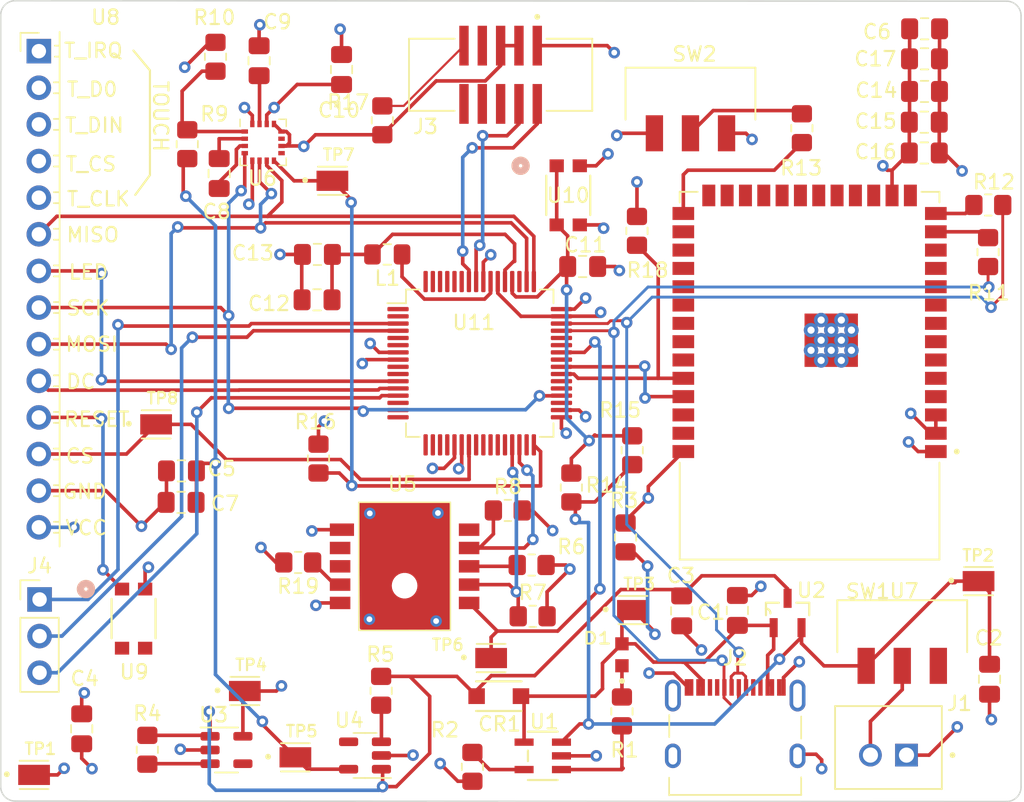
<source format=kicad_pcb>
(kicad_pcb (version 20240108) (generator "pcbnew") (generator_version "8.0")
  (layers (0 "F.Cu" signal) (1 "In1.Cu" power) (2 "In2.Cu" power) (31 "B.Cu" signal) (34 "B.Paste" user) (35 "F.Paste" user) (36 "B.SilkS" user "B.Silkscreen") (37 "F.SilkS" user "F.Silkscreen") (38 "B.Mask" user) (39 "F.Mask" user) (44 "Edge.Cuts" user))
  (net 0 "")
  (net 1 "VBUS")
  (net 2 "GND")
  (net 3 "+BATT")
  (net 4 "Net-(U2-D)")
  (net 5 "+3V3")
  (net 6 "+1V8")
  (net 7 "Net-(U6-SETC)")
  (net 8 "Net-(U6-SETP)")
  (net 9 "Net-(U6-C1)")
  (net 10 "Net-(U11-~{RESET})")
  (net 11 "Net-(U11-VDDCORE)")
  (net 12 "Net-(D1-PadC)")
  (net 13 "Net-(SW1-B)")
  (net 15 "D+")
  (net 16 "D-")
  (net 20 "TMS")
  (net 21 "TCK")
  (net 26 "EX1")
  (net 27 "EX2")
  (net 28 "EX3")
  (net 29 "Net-(U11-VSW)")
  (net 30 "Net-(U1-STAT)")
  (net 31 "Net-(U1-PROG)")
  (net 32 "Net-(U3-EN)")
  (net 33 "Net-(U4-EN)")
  (net 34 "Net-(U5-'RESET)")
  (net 35 "SDA")
  (net 36 "SCL")
  (net 37 "Net-(U6-VDDIO)")
  (net 38 "Net-(U7-IO19)")
  (net 39 "Net-(U7-IO20)")
  (net 40 "ACCEL_CS")
  (net 41 "MCU_TX")
  (net 42 "Net-(U5-VCC)")
  (net 44 "Net-(SW2-B)")
  (net 45 "GPS_WAKEUP")
  (net 46 "SCREEN_CS")
  (net 52 "SCLK")
  (net 53 "to_MOSI")
  (net 54 "to_MISO")
  (net 85 "MCU_RX")
  (net 93 "SCREEN_LED")
  (net 94 "SCREEN_D{slash}C")
  (net 95 "Net-(U8-RESET)")
  (net 130 "Net-(U7-IO0)")
  (net 131 "Net-(J3-Pad9)")
  (footprint "Capacitor_SMD:C_0805_2012Metric_Pad1.18x1.45mm_HandSolder" (layer "F.Cu") (at 217.2462 139.0181 -90)
    (property "Reference" "C3")
    (property "Value" "10uF")
  )
  (footprint "Capacitor_SMD:C_0805_2012Metric_Pad1.18x1.45mm_HandSolder" (layer "F.Cu") (at 210.3843 115.1382)
    (property "Reference" "C11")
    (property "Value" "1 uF")
  )
  (footprint "Resistor_SMD:R_0805_2012Metric_Pad1.20x1.40mm_HandSolder" (layer "F.Cu") (at 213.8172 127.8796 90)
    (property "Reference" "R15")
    (property "Value" "10k")
  )
  (footprint "RAIN_X footprints lib:LEDC1608X55N" (layer "F.Cu") (at 213.106 142.0642 90)
    (property "Reference" "D1")
    (property "Value" "Orange LED")
  )
  (footprint "Resistor_SMD:R_0805_2012Metric_Pad1.20x1.40mm_HandSolder" (layer "F.Cu") (at 238.4966 110.871 180)
    (property "Reference" "R12")
    (property "Value" "0")
  )
  (footprint "Resistor_SMD:R_0805_2012Metric_Pad1.20x1.40mm_HandSolder" (layer "F.Cu") (at 225.5774 105.5464 -90)
    (property "Reference" "R13")
    (property "Value" "1k")
  )
  (footprint "Capacitor_SMD:C_0805_2012Metric_Pad1.18x1.45mm_HandSolder" (layer "F.Cu") (at 187.96 100.8673 90)
    (property "Reference" "C9")
    (property "Value" "4.7uF")
  )
  (footprint "Package_LGA:LGA-16_3x3mm_P0.5mm" (layer "F.Cu") (at 188.2394 106.5276)
    (property "Reference" "U6")
    (property "Value" "LSM303D")
  )
  (footprint "Capacitor_SMD:C_0805_2012Metric_Pad1.18x1.45mm_HandSolder" (layer "F.Cu") (at 185.1914 108.6905 -90)
    (property "Reference" "C8")
    (property "Value" "0.22uF" (hide yes))
  )
  (footprint "RAIN_X footprints lib:SW_JS102011SAQN" (layer "F.Cu") (at 217.8558 103.1494 180)
    (property "Reference" "SW2")
    (property "Value" "PULL_DOWN_BOOT")
  )
  (footprint "RAIN_X footprints lib:SOT95P240X105-3N" (layer "F.Cu") (at 224.5868 139.1666 90)
    (property "Reference" "U2")
    (property "Value" "DMG3415U-7")
  )
  (footprint "RAIN_X footprints lib:ORG1510-R02" (layer "F.Cu") (at 198.0438 135.92935 180)
    (property "Reference" "U5")
    (property "Value" "~")
  )
  (footprint "RAIN_X footprints lib:HARWIN_S2751-46R" (layer "F.Cu") (at 193.04 109.1946)
    (property "Reference" "TP7")
    (property "Value" "ACCEL_CS_TP")
  )
  (footprint "Resistor_SMD:R_0805_2012Metric_Pad1.20x1.40mm_HandSolder" (layer "F.Cu") (at 206.8482 135.8392)
    (property "Reference" "R6")
    (property "Value" "10k")
  )
  (footprint "RAIN_X footprints lib:CNC_3221-10-0300-00" (layer "F.Cu") (at 204.6986 101.842 180)
    (property "Reference" "J3")
    (property "Value" "JTAG Connector")
  )
  (footprint "RAIN_X footprints lib:HARWIN_S2751-46R" (layer "F.Cu") (at 190.4746 149.1742)
    (property "Reference" "TP5")
    (property "Value" "1V8 TestPoint")
  )
  (footprint "OverSoon:ILI9341" (layer "F.Cu") (at 177.2962 118.2472)
    (property "Reference" "U8")
    (property "Value" "~" (hide yes))
  )
  (footprint "Resistor_SMD:R_0805_2012Metric_Pad1.20x1.40mm_HandSolder" (layer "F.Cu") (at 190.6684 135.6614 180)
    (property "Reference" "R19")
    (property "Value" "0")
  )
  (footprint "Capacitor_SMD:C_0805_2012Metric_Pad1.18x1.45mm_HandSolder" (layer "F.Cu") (at 238.5822 143.7601 -90)
    (property "Reference" "C2")
    (property "Value" "4.7uF")
  )
  (footprint "Resistor_SMD:R_0805_2012Metric_Pad1.20x1.40mm_HandSolder" (layer "F.Cu") (at 213.36 133.9248 90)
    (property "Reference" "R3")
    (property "Value" "100k")
  )
  (footprint "RAIN_X footprints lib:SW_JS102011SAQN" (layer "F.Cu") (at 232.5334 140.081 180)
    (property "Reference" "SW1")
    (property "Value" "PULL_DOWN_BOOT")
  )
  (footprint "Package_TO_SOT_SMD:SOT-23-5" (layer "F.Cu") (at 185.6994 148.6662)
    (property "Reference" "U3")
    (property "Value" "AP2112K-3.3")
  )
  (footprint "Resistor_SMD:R_0805_2012Metric_Pad1.20x1.40mm_HandSolder" (layer "F.Cu") (at 192.0748 128.4572 -90)
    (property "Reference" "R16")
    (property "Value" "10k")
  )
  (footprint "Capacitor_SMD:C_0805_2012Metric_Pad1.18x1.45mm_HandSolder" (layer "F.Cu") (at 193.675 101.4769 90)
    (property "Reference" "C10")
    (property "Value" "10uF")
  )
  (footprint "RAIN_X footprints lib:XCVR_ESP32-S3-WROOM-1-N4R2" (layer "F.Cu") (at 226.1108 122.7106 180)
    (property "Reference" "U7")
    (property "Value" "ESP32-S3-WROOM-1-N4R2")
  )
  (footprint "Resistor_SMD:R_0805_2012Metric_Pad1.20x1.40mm_HandSolder" (layer "F.Cu") (at 196.4182 144.5608 -90)
    (property "Reference" "R5")
    (property "Value" "10k")
  )
  (footprint "Inductor_SMD:L_0805_2012Metric_Pad1.15x1.40mm_HandSolder" (layer "F.Cu") (at 196.841 114.3 180)
    (property "Reference" "L1")
    (property "Value" "10uH")
  )
  (footprint "Capacitor_SMD:C_0805_2012Metric_Pad1.18x1.45mm_HandSolder" (layer "F.Cu") (at 234.0747 102.997)
    (property "Reference" "C14")
    (property "Value" "10uF")
  )
  (footprint "Resistor_SMD:R_0805_2012Metric_Pad1.20x1.40mm_HandSolder" (layer "F.Cu") (at 206.9178 139.3952)
    (property "Reference" "R7")
    (property "Value" "2.2K")
  )
  (footprint "Capacitor_SMD:C_0805_2012Metric_Pad1.18x1.45mm_HandSolder" (layer "F.Cu") (at 221.107 138.9888 90)
    (property "Reference" "C1")
    (property "Value" "4.7uF")
  )
  (footprint "Resistor_SMD:R_0805_2012Metric_Pad1.20x1.40mm_HandSolder" (layer "F.Cu") (at 238.4806 114.1382 90)
    (property "Reference" "R11")
    (property "Value" "0")
  )
  (footprint "RAIN_X footprints lib:HARWIN_S2751-46R" (layer "F.Cu") (at 180.8226 126.0856)
    (property "Reference" "TP8")
    (property "Value" "SCREEN_CS_TP")
  )
  (footprint "Resistor_SMD:R_0805_2012Metric_Pad1.20x1.40mm_HandSolder" (layer "F.Cu") (at 184.9374 100.5934 -90)
    (property "Reference" "R10")
    (property "Value" "0" (hide yes))
  )
  (footprint "RAIN_X footprints lib:HARWIN_S2751-46R" (layer "F.Cu") (at 213.868 138.9634)
    (property "Reference" "TP3")
    (property "Value" "VBUS TestPoint")
  )
  (footprint "Resistor_SMD:R_0805_2012Metric_Pad1.20x1.40mm_HandSolder" (layer "F.Cu") (at 182.9816 106.6546 -90)
    (property "Reference" "R9")
    (property "Value" "0" (hide yes))
  )
  (footprint "RAIN_X footprints lib:SOT-23-5_MC_MCH" (layer "F.Cu") (at 207.6196 149.0726 180)
    (property "Reference" "U1")
    (property "Value" "MCP73831T-2ACI/OT")
  )
  (footprint "Capacitor_SMD:C_0805_2012Metric_Pad1.18x1.45mm_HandSolder" (layer "F.Cu") (at 234.0612 107.2642)
    (property "Reference" "C16")
    (property "Value" "1 uF")
  )
  (footprint "Resistor_SMD:R_0805_2012Metric_Pad1.20x1.40mm_HandSolder" (layer "F.Cu") (at 213.106 145.9898 90)
    (property "Reference" "R1")
    (property "Value" "470")
  )
  (footprint "Resistor_SMD:R_0805_2012Metric_Pad1.20x1.40mm_HandSolder" (layer "F.Cu") (at 214.1474 112.665 -90)
    (property "Reference" "R18")
    (property "Value" "10k")
  )
  (footprint "RAIN_X footprints lib:HARWIN_S2751-46R" (layer "F.Cu") (at 237.8202 136.9568)
    (property "Reference" "TP2")
    (property "Value" "VBatt TestPoint")
  )
  (footprint "RAIN_X footprints lib:IC4_KMR231NGLFS_CNK" (layer "F.Cu") (at 209.384801 110.203198)
    (property "Reference" "U10")
    (property "Value" "KMR231NGLFS")
  )
  (footprint "RAIN_X footprints lib:IC4_KMR231NGLFS_CNK" (layer "F.Cu") (at 179.260401 139.555002)
    (property "Reference" "U9")
    (property "Value" "KMR231NGLFS")
  )
  (footprint "Package_TO_SOT_SMD:SOT-23-5" (layer "F.Cu") (at 195.3006 149.0472 180)
    (property "Reference" "U4")
    (property "Value" "AP2112K-1.8")
  )
  (footprint "Capacitor_SMD:C_0805_2012Metric_Pad1.18x1.45mm_HandSolder" (layer "F.Cu") (at 182.5791 129.3114 180)
    (property "Reference" "C5")
    (property "Value" "10uF")
  )
  (footprint "Capacitor_SMD:C_0805_2012Metric_Pad1.18x1.45mm_HandSolder" (layer "F.Cu") (at 182.5537 131.4958 180)
    (property "Reference" "C7")
    (property "Value" "1 uF")
  )
  (footprint "Package_QFP:TQFP-64_10x10mm_P0.5mm" (layer "F.Cu") (at 203.2508 121.8438)
    (property "Reference" "U11")
    (property "Value" "ATSAMD51J20A-A")
  )
  (footprint "Resistor_SMD:R_0805_2012Metric_Pad1.20x1.40mm_HandSolder" (layer "F.Cu") (at 209.6008 130.4638 -90)
    (property "Reference" "R14")
    (property "Value" "10k")
  )
  (footprint "Resistor_SMD:R_0805_2012Metric_Pad1.20x1.40mm_HandSolder" (layer "F.Cu") (at 205.1972 132.0546)
    (property "Reference" "R8")
    (property "Value" "2.2K")
  )
  (footprint "Capacitor_SMD:C_0805_2012Metric_Pad1.18x1.45mm_HandSolder" (layer "F.Cu") (at 234.0612 105.1306)
    (property "Reference" "C15")
    (property "Value" "1 uF")
  )
  (footprint "Capacitor_SMD:C_0805_2012Metric_Pad1.18x1.45mm_HandSolder" (layer "F.Cu") (at 234.0825 98.6536 180)
    (property "Reference" "C6")
    (property "Value" "1 uF")
  )
  (footprint "Capacitor_SMD:C_0805_2012Metric_Pad1.18x1.45mm_HandSolder" (layer "F.Cu") (at 234.0747 100.7364)
    (property "Reference" "C17")
    (property "Value" "0.1u")
  )
  (footprint "RAIN_X footprints lib:HARWIN_S2751-46R" (layer "F.Cu") (at 204.0401 142.2908)
    (property "Reference" "TP6")
    (property "Value" "GPS_Wake")
  )
  (footprint "RAIN_X footprints lib:HARWIN_S2751-46R" (layer "F.Cu") (at 172.3644 150.3934)
    (property "Reference" "TP1")
    (property "Value" "GND TestPoint")
  )
  (footprint "Resistor_SMD:R_0805_2012Metric_Pad1.20x1.40mm_HandSolder" (layer "F.Cu") (at 202.7428 149.8346 -90)
    (property "Reference" "R2")
    (property "Value" "1k")
  )
  (footprint "Connector_USB:USB_C_Receptacle_XKB_U262-16XN-4BVC11" (layer "F.Cu") (at 220.9566 147.9976)
    (property "Reference" "J2")
    (property "Value" "USB_C_Receptacle_USB2.0" (hide yes))
  )
  (footprint "RAIN_X footprints lib:SDO_SOD-123FL498_OSI" (layer "F.Cu") (at 204.5716 144.9324)
    (property "Reference" "CR1")
    (property "Value" "MBR120LSFT3G")
  )
  (footprint "RAIN_X footprints lib:JST_B2B-XH-A_LF__SN_" (layer "F.Cu") (at 231.5772 148.4968)
    (property "Reference" "J1")
    (property "Value" "B2B-XH-A_LF__SN_")
  )
  (footprint "Capacitor_SMD:C_0805_2012Metric_Pad1.18x1.45mm_HandSolder" (layer "F.Cu") (at 192.0025 114.3 180)
    (property "Reference" "C13")
    (property "Value" "1 uF")
  )
  (footprint "Connector_PinHeader_2.54mm:PinHeader_1x03_P2.54mm_Vertical" (layer "F.Cu") (at 172.7454 138.2268)
    (property "Reference" "J4")
    (property "Value" "Conn_01x03_Pin")
  )
  (footprint "Capacitor_SMD:C_0805_2012Metric_Pad1.18x1.45mm_HandSolder" (layer "F.Cu") (at 175.6664 147.1969 90)
    (property "Reference" "C4")
    (property "Value" "10uF")
  )
  (footprint "Resistor_SMD:R_0805_2012Metric_Pad1.20x1.40mm_HandSolder" (layer "F.Cu") (at 180.213 148.6502 -90)
    (property "Reference" "R4")
    (property "Value" "10k")
  )
  (footprint "Capacitor_SMD:C_0805_2012Metric_Pad1.18x1.45mm_HandSolder" (layer "F.Cu") (at 191.9771 117.4496 180)
    (property "Reference" "C12")
    (property "Value" "10uF")
  )
  (footprint "Resistor_SMD:R_0805_2012Metric_Pad1.20x1.40mm_HandSolder" (layer "F.Cu") (at 196.5 105 -90)
    (property "Reference" "R17")
    (property "Value" "0")
  )
  (footprint "RAIN_X footprints lib:HARWIN_S2751-46R" (layer "F.Cu") (at 186.9694 144.5768)
    (property "Reference" "TP4")
    (property "Value" "3V3 TestPoint")
  )
  (gr_line (start 170.0531 97.7062) (end 170.0531 151.2062) (stroke (width 0.1)) (layer "Edge.Cuts"))
  (gr_line (start 240.7665 151.2382) (end 240.7665 97.7382) (stroke (width 0.1)) (layer "Edge.Cuts"))
  (gr_arc (start 171.0531 152.2062) (mid 170.345993 151.913307) (end 170.0531 151.2062) (stroke (width 0.1)) (layer "Edge.Cuts"))
  (gr_arc (start 239.7665 96.7382) (mid 240.473607 97.031093) (end 240.7665 97.7382) (stroke (width 0.1)) (layer "Edge.Cuts"))
  (gr_line (start 171.0531 152.2062) (end 239.7665 152.2382) (stroke (width 0.1)) (layer "Edge.Cuts"))
  (gr_arc (start 170.0531 97.7062) (mid 170.345993 96.999093) (end 171.0531 96.7062) (stroke (width 0.1)) (layer "Edge.Cuts"))
  (gr_arc (start 240.7665 151.2382) (mid 240.473607 151.945307) (end 239.7665 152.2382) (stroke (width 0.1)) (layer "Edge.Cuts"))
  (gr_line (start 239.7665 96.7382) (end 171.0531 96.7062) (stroke (width 0.1)) (layer "Edge.Cuts"))
  (segment (start 206.3242 145.1483) (end 206.1083 144.9324) (width 0.25) (layer "F.Cu") (net 1))
  (segment (start 213.8934 134.9248) (end 214.884 135.9154) (width 0.25) (layer "F.Cu") (net 1))
  (segment (start 223.4653 140.0263) (end 223.6216 140.1826) (width 0.25) (layer "F.Cu") (net 1))
  (segment (start 223.6216 141.6812) (end 223.6216 140.1826) (width 0.25) (layer "F.Cu") (net 1))
  (segment (start 211.7598 144.4244) (end 211.7598 142.6504) (width 0.25) (layer "F.Cu") (net 1))
  (segment (start 217.297 142.5702) (end 217.41962 142.5702) (width 0.25) (layer "F.Cu") (net 1))
  (segment (start 223.4792 144.2144) (end 223.2066 143.9418) (width 0.25) (layer "F.Cu") (net 1))
  (segment (start 221.107 140.0263) (end 223.4653 140.0263) (width 0.25) (layer "F.Cu") (net 1))
  (segment (start 218.6792 143.82978) (end 218.6792 144.2144) (width 0.25) (layer "F.Cu") (net 1))
  (segment (start 213.106 141.3042) (end 214.0244 141.3042) (width 0.25) (layer "F.Cu") (net 1))
  (segment (start 220.9507 140.1826) (end 221.107 140.0263) (width 0.25) (layer "F.Cu") (net 1))
  (segment (start 223.2066 142.0962) (end 223.6216 141.6812) (width 0.25) (layer "F.Cu") (net 1))
  (segment (start 217.41962 142.5702) (end 218.6792 143.82978) (width 0.25) (layer "F.Cu") (net 1))
  (segment (start 223.2066 143.9418) (end 223.2066 142.0962) (width 0.25) (layer "F.Cu") (net 1))
  (segment (start 218.804905 142.5702) (end 217.297 142.5702) (width 0.25) (layer "F.Cu") (net 1))
  (segment (start 221.107 140.0263) (end 221.107 140.268105) (width 0.25) (layer "F.Cu") (net 1))
  (segment (start 211.7598 142.6504) (end 213.106 141.3042) (width 0.25) (layer "F.Cu") (net 1))
  (segment (start 206.3242 148.122599) (end 206.3242 145.1483) (width 0.25) (layer "F.Cu") (net 1))
  (segment (start 213.106 141.3042) (end 213.106 139.1412) (width 0.25) (layer "F.Cu") (net 1))
  (segment (start 215.392 140.4874) (end 213.868 138.9634) (width 0.25) (layer "F.Cu") (net 1))
  (segment (start 214.0244 141.3042) (end 215.2904 142.5702) (width 0.25) (layer "F.Cu") (net 1))
  (segment (start 206.1083 144.9324) (end 211.2518 144.9324) (width 0.25) (layer "F.Cu") (net 1))
  (segment (start 215.392 140.6398) (end 215.392 140.4874) (width 0.25) (layer "F.Cu") (net 1))
  (segment (start 215.2904 142.5702) (end 217.297 142.5702) (width 0.25) (layer "F.Cu") (net 1))
  (segment (start 213.36 134.9248) (end 213.8934 134.9248) (width 0.25) (layer "F.Cu") (net 1))
  (segment (start 221.107 140.268105) (end 218.804905 142.5702) (width 0.25) (layer "F.Cu") (net 1))
  (segment (start 211.2518 144.9324) (end 211.7598 144.4244) (width 0.25) (layer "F.Cu") (net 1))
  (via (at 214.884 135.9154) (size 0.8) (drill 0.4) (layers "F.Cu" "B.Cu") (net 1))
  (via (at 215.392 140.6398) (size 0.8) (drill 0.4) (layers "F.Cu" "B.Cu") (net 1))
  (segment (start 214.884 140.1318) (end 215.392 140.6398) (width 0.25) (layer "B.Cu") (net 1))
  (segment (start 214.884 135.9154) (end 214.884 140.1318) (width 0.25) (layer "B.Cu") (net 1))
  (segment (start 208.915 149.0726) (end 211.328 149.0726) (width 0.25) (layer "F.Cu") (net 2))
  (segment (start 222.7326 137.3124) (end 222.0937 137.9513) (width 0.25) (layer "F.Cu") (net 2))
  (segment (start 174.4472 149.9362) (end 173.99 150.3934) (width 0.25) (layer "F.Cu") (net 2))
  (segment (start 184.5619 148.6662) (end 182.5498 148.6662) (width 0.25) (layer "F.Cu") (net 2))
  (segment (start 187.4894 110.6113) (end 187.4894 107.8026) (width 0.25) (layer "F.Cu") (net 2))
  (segment (start 204.6986 101.202) (end 203.6336 102.267) (width 0.25) (layer "F.Cu") (net 2))
  (segment (start 233.0372 105.1171) (end 233.0237 105.1306) (width 0.25) (layer "F.Cu") (net 2))
  (segment (start 204.5008 116.984486) (end 206.110114 118.5938) (width 0.25) (layer "F.Cu") (net 2))
  (segment (start 208.9133 125.5938) (end 208.9133 126.3633) (width 0.25) (layer "F.Cu") (net 2))
  (segment (start 187.4894 104.66) (end 186.944 104.1146) (width 0.25) (layer "F.Cu") (net 2))
  (segment (start 204.5008 116.1813) (end 204.5008 116.984486) (width 0.25) (layer "F.Cu") (net 2))
  (segment (start 177.3428 130.683) (end 179.8066 133.1468) (width 0.25) (layer "F.Cu") (net 2))
  (segment (start 234.3912 149.0218) (end 236.347 147.066) (width 0.25) (layer "F.Cu") (net 2))
  (segment (start 181.5416 129.3114) (end 181.5416 131.4704) (width 0.25) (layer "F.Cu") (net 2))
  (segment (start 197.5883 121.0938) (end 196.2778 121.0938) (width 0.25) (layer "F.Cu") (net 2))
  (segment (start 187.2488 110.8202) (end 187.2805 110.8202) (width 0.25) (layer "F.Cu") (net 2))
  (segment (start 202.0008 127.5063) (end 202.0008 128.9479) (width 0.25) (layer "F.Cu") (net 2))
  (segment (start 191.0588 106.807) (end 191.8658 106) (width 0.25) (layer "F.Cu") (net 2))
  (segment (start 190.0644 106.56222) (end 189.84902 106.7776) (width 0.25) (layer "F.Cu") (net 2))
  (segment (start 208.9133 126.3633) (end 209.2452 126.6952) (width 0.25) (layer "F.Cu") (net 2))
  (segment (start 201.7362 150.8346) (end 202.7428 150.8346) (width 0.25) (layer "F.Cu") (net 2))
  (segment (start 192.06085 138.46935) (end 191.897 138.6332) (width 0.25) (layer "F.Cu") (net 2))
  (segment (start 233.045 98.6536) (end 233.045 100.7286) (width 0.25) (layer "F.Cu") (net 2))
  (segment (start 234.8608 127.9706) (end 233.6346 127.9706) (width 0.25) (layer "F.Cu") (net 2))
  (segment (start 211.4218 115.1382) (end 212.6488 115.1382) (width 0.25) (layer "F.Cu") (net 2))
  (segment (start 187.96 98.425) (end 188.0108 98.3742) (width 0.25) (layer "F.Cu") (net 2))
  (segment (start 193.675 98.7806) (end 193.5734 98.679) (width 0.25) (layer "F.Cu") (net 2))
  (segment (start 233.045 100.7286) (end 233.0372 100.7364) (width 0.25) (layer "F.Cu") (net 2))
  (segment (start 211.6328 118.4656) (end 211.6328 118.3107) (width 0.25) (layer "F.Cu") (net 2))
  (segment (start 187.4894 105.2526) (end 187.4894 104.66) (width 0.25) (layer "F.Cu") (net 2))
  (segment (start 181.4576 131.4958) (end 179.8066 133.1468) (width 0.25) (layer "F.Cu") (net 2))
  (segment (start 222.0937 137.9513) (end 221.107 137.9513) (width 0.25) (layer "F.Cu") (net 2))
  (segment (start 217.5792 144.2144) (end 216.697 143.3322) (width 0.25) (layer "F.Cu") (net 2))
  (segment (start 182.5498 148.6662) (end 182.499 148.6154) (width 0.25) (layer "F.Cu") (net 2))
  (segment (start 203.6336 102.267) (end 200.233 102.267) (width 0.25) (layer "F.Cu") (net 2))
  (segment (start 220.3558 105.8994) (end 221.698 105.8994) (width 0.25) (layer "F.Cu") (net 2))
  (segment (start 233.0237 107.2642) (end 233.0237 105.1306) (width 0.25) (layer "F.Cu") (net 2))
  (segment (start 226.5564 148.9594) (end 226.949 149.352) (width 0.25) (layer "F.Cu") (net 2))
  (segment (start 190.9142 117.1448) (end 190.9142 114.3508) (width 0.25) (layer "F.Cu") (net 2))
  (segment (start 211.5132 118.5852) (end 211.6328 118.4656) (width 0.25) (layer "F.Cu") (net 2))
  (segment (start 181.5162 131.4958) (end 181.4576 131.4958) (width 0.25) (layer "F.Cu") (net 2))
  (segment (start 189.84902 105.7776) (end 190.0644 105.99298) (width 0.25) (layer "F.Cu") (net 2))
  (segment (start 226.949 149.352) (end 226.949 149.9616) (width 0.25) (layer "F.Cu") (net 2))
  (segment (start 238.5822 144.7976) (end 238.5822 146.431) (width 0.25) (layer "F.Cu") (net 2))
  (segment (start 175.6664 144.8816) (end 175.8442 144.7038) (width 0.25) (layer "F.Cu") (net 2))
  (segment (start 210.184802 108.1532) (end 211.312998 108.1532) (width 0.25) (layer "F.Cu") (net 2))
  (segment (start 213.36 132.7658) (end 214.9348 131.191) (width 0.25) (layer "F.Cu") (net 2))
  (segment (start 211.312998 108.1532) (end 212.140602 107.325596) (width 0.25) (layer "F.Cu") (net 2))
  (segment (start 193.5734 138.46935) (end 192.06085 138.46935) (width 0.25) (layer "F.Cu") (net 2))
  (segment (start 196.4381 149.0472) (end 198.6026 149.0472) (width 0.25) (layer "F.Cu") (net 2))
  (segment (start 206.110114 118.5938) (end 208.9133 118.5938) (width 0.25) (layer "F.Cu") (net 2))
  (segment (start 233.6346 127.9706) (end 232.9688 127.3048) (width 0.25) (layer "F.Cu") (net 2))
  (segment (start 231.8258 108.4621) (end 231.4997 108.4621) (width 0.25) (layer "F.Cu") (net 2))
  (segment (start 225.2492 148.9594) (end 226.5564 148.9594) (width 0.25) (layer "F.Cu") (net 2))
  (segment (start 217.2462 140.3604) (end 218.6178 141.732) (width 0.25) (layer "F.Cu") (net 2))
  (segment (start 190.9142 114.3508) (end 190.965 114.3) (width 0.25) (layer "F.Cu") (net 2))
  (segment (start 233.0372 102.997) (end 233.0372 105.1171) (width 0.25) (layer "F.Cu") (net 2))
  (segment (start 231.4997 108.4621) (end 231.1908 108.1532) (width 0.25) (layer "F.Cu") (net 2))
  (segment (start 189.7634 106.7776) (end 191.0294 106.7776) (width 0.25) (layer "F.Cu") (net 2))
  (segment (start 202.0008 128.9479) (end 201.7897 129.159) (width 0.25) (layer "F.Cu") (net 2))
  (segment (start 210.184802 112.253196) (end 211.607202 112.253196) (width 0.25) (layer "F.Cu") (net 2))
  (segment (start 200.233 102.267) (end 196.5 106) (width 0.25) (layer "F.Cu") (net 2))
  (segment (start 204.6986 99.822) (end 205.9686 99.822) (width 0.25) (layer "F.Cu") (net 2))
  (segment (start 233.0237 107.2642) (end 231.8258 108.4621) (width 0.25) (layer "F.Cu") (net 2))
  (segment (start 200.5076 149.606) (end 201.7362 150.8346) (width 0.25) (layer "F.Cu") (net 2))
  (segment (start 216.697 143.3322) (end 214.9856 143.3322) (width 0.25) (layer "F.Cu") (net 2))
  (segment (start 175.6664 146.1594) (end 175.6664 144.8816) (width 0.25) (layer "F.Cu") (net 2))
  (segment (start 217.3608 127.9706) (end 214.9348 130.3966) (width 0.25) (layer "F.Cu") (net 2))
  (segment (start 190.965 114.3) (end 189.4078 114.3) (width 0.25) (layer "F.Cu") (net 2))
  (segment (start 187.96 99.8298) (end 187.96 98.425) (width 0.25) (layer "F.Cu") (net 2))
  (segment (start 181.5416 131.4704) (end 181.5162 131.4958) (width 0.25) (layer "F.Cu") (net 2))
  (segment (start 189.5144 106.7776) (end 189.7634 106.7776) (width 0.25) (layer "F.Cu") (net 2))
  (segment (start 189.84902 106.7776) (end 189.7634 106.7776) (width 0.25) (layer "F.Cu") (net 2))
  (segment (start 213.36 132.9248) (end 213.36 132.7658) (width 0.25) (layer "F.Cu") (net 2))
  (segment (start 191.8658 106) (end 196.5 106) (width 0.25) (layer "F.Cu") (net 2))
  (segment (start 189.5144 105.7776) (end 188.9894 105.2526) (width 0.25) (layer "F.Cu") (net 2))
  (segment (start 173.99 150.3934) (end 172.3644 150.3934) (width 0.25) (layer "F.Cu") (net 2))
  (segment (start 221.698 105.8994) (end 222.123 106.3244) (width 0.25) (layer "F.Cu") (net 2))
  (segment (start 212.6488 115.1382) (end 212.9282 115.4176) (width 0.25) (layer "F.Cu") (net 2))
  (segment (start 198.6026 149.0472) (end 198.628 149.0218) (width 0.25) (layer "F.Cu") (net 2))
  (segment (start 180.060402 137.505004) (end 180.060402 136.220398) (width 0.25) (layer "F.Cu") (net 2))
  (segment (start 208.9133 118.5938) (end 208.9219 118.5852) (width 0.25) (layer "F.Cu") (net 2))
  (segment (start 190.0644 105.99298) (end 190.0644 106.56222) (width 0.25) (layer "F.Cu") (net 2))
  (segment (start 224.3066 144.3276) (end 224.3066 143.6378) (width 0.25) (layer "F.Cu") (net 2))
  (segment (start 190.8634 117.1956) (end 190.9142 117.1448) (width 0.25) (layer "F.Cu") (net 2))
  (segment (start 172.6946 130.683) (end 177.3428 130.683) (width 0.25) (layer "F.Cu") (net 2))
  (segment (start 191.0294 106.7776) (end 191.0588 106.807) (width 0.25) (layer "F.Cu") (net 2))
  (segment (start 204.6986 99.822) (end 204.6986 101.202) (width 0.25) (layer "F.Cu") (net 2))
  (segment (start 193.675 100.4394) (end 193.675 98.7806) (width 0.25) (layer "F.Cu") (net 2))
  (segment (start 211.607202 112.253196) (end 211.835802 112.481796) (width 0.25) (layer "F.Cu") (net 2))
  (segment (start 238.5822 146.431) (end 238.7092 146.558) (width 0.25) (layer "F.Cu") (net 2))
  (segment (start 180.060402 136.220398) (end 180.2892 135.9916) (width 0.25) (layer "F.Cu") (net 2))
  (segment (start 231.8258 108.4621) (end 231.8258 110.2106) (width 0.25) (layer "F.Cu") (net 2))
  (segment (start 224.3066 143.6378) (end 225.3996 142.5448) (width 0.25) (layer "F.Cu") (net 2))
  (segment (start 189.5144 105.7776) (end 189.84902 105.7776) (width 0.25) (layer "F.Cu") (net 2))
  (segment (start 208.9219 118.5852) (end 211.5132 118.5852) (width 0.25) (layer "F.Cu") (net 2))
  (segment (start 214.9348 130.3966) (end 214.9348 131.191) (width 0.25) (layer "F.Cu") (net 2))
  (segment (start 187.2805 110.8202) (end 187.4894 110.6113) (width 0.25) (layer "F.Cu") (net 2))
  (segment (start 232.8272 149.0218) (end 234.3912 149.0218) (width 0.25) (layer "F.Cu") (net 2))
  (segment (start 196.2778 121.0938) (end 195.6562 120.4722) (width 0.25) (layer "F.Cu") (net 2))
  (segment (start 217.2462 140.0556) (end 217.2462 140.3604) (width 0.25) (layer "F.Cu") (net 2))
  (segment (start 233.0372 100.7364) (end 233.0372 102.997) (width 0.25) (layer "F.Cu") (net 2))
  (via (at 201.7897 129.159) (size 0.8) (drill 0.4) (layers "F.Cu" "B.Cu") (net 2))
  (via (at 212.140602 107.325596) (size 0.8) (drill 0.4) (layers "F.Cu" "B.Cu") (net 2))
  (via (at 186.944 104.1146) (size 0.8) (drill 0.4) (layers "F.Cu" "B.Cu") (net 2))
  (via (at 232.9688 127.3048) (size 0.8) (drill 0.4) (layers "F.Cu" "B.Cu") (net 2))
  (via (at 231.1908 108.1532) (size 0.8) (drill 0.4) (layers "F.Cu" "B.Cu") (net 2))
  (via (at 222.7326 137.3124) (size 0.8) (drill 0.4) (layers "F.Cu" "B.Cu") (net 2))
  (via (at 222.123 106.3244) (size 0.8) (drill 0.4) (layers "F.Cu" "B.Cu") (net 2))
  (via (at 175.8442 144.7038) (size 0.8) (drill 0.4) (layers "F.Cu" "B.Cu") (net 2))
  (via (at 198.628 149.0218) (size 0.8) (drill 0.4) (layers "F.Cu" "B.Cu") (net 2))
  (via (at 182.499 148.6154) (size 0.8) (drill 0.4) (layers "F.Cu" "B.Cu") (net 2))
  (via (at 225.3996 142.5448) (size 0.8) (drill 0.4) (layers "F.Cu" "B.Cu") (net 2))
  (via (at 180.2892 135.9916) (size 0.8) (drill 0.4) (layers "F.Cu" "B.Cu") (net 2))
  (via (at 189.4078 114.3) (size 0.8) (drill 0.4) (layers "F.Cu" "B.Cu") (net 2))
  (via (at 193.5734 98.679) (size 0.8) (drill 0.4) (layers "F.Cu" "B.Cu") (net 2))
  (via (at 238.7092 146.558) (size 0.8) (drill 0.4) (layers "F.Cu" "B.Cu") (net 2))
  (via (at 200.3552 132.2324) (size 0.8) (drill 0.4) (layers "F.Cu" "B.Cu") (net 2))
  (via (at 200.2282 139.7254) (size 0.8) (drill 0.4) (layers "F.Cu" "B.Cu") (net 2))
  (via (at 191.0588 106.807) (size 0.8) (drill 0.4) (layers "F.Cu" "B.Cu") (net 2))
  (via (at 236.347 147.066) (size 0.8) (drill 0.4) (layers "F.Cu" "B.Cu") (net 2))
  (via (at 195.6054 139.5984) (size 0.8) (drill 0.4) (layers "F.Cu" "B.Cu") (net 2))
  (via (at 214.9348 131.191) (size 0.8) (drill 0.4) (layers "F.Cu" "B.Cu") (net 2))
  (via (at 174.4472 149.9362) (size 0.8) (drill 0.4) (layers "F.Cu" "B.Cu") (net 2))
  (via (at 195.6308 132.2578) (size 0.8) (drill 0.4) (layers "F.Cu" "B.Cu") (net 2))
  (via (at 211.835802 112.481796) (size 0.8) (drill 0.4) (layers "F.Cu" "B.Cu") (net 2))
  (via (at 188.0108 98.3742) (size 0.8) (drill 0.4) (layers "F.Cu" "B.Cu") (net 2))
  (via (at 187.2488 110.8202) (size 0.8) (drill 0.4) (layers "F.Cu" "B.Cu") (net 2))
  (via (at 191.897 138.6332) (size 0.8) (drill 0.4) (layers "F.Cu" "B.Cu") (net 2))
  (via (at 200.5076 149.606) (size 0.8) (drill 0.4) (layers "F.Cu" "B.Cu") (net 2))
  (via (at 226.949 149.9616) (size 0.8) (drill 0.4) (layers "F.Cu" "B.Cu") (net 2))
  (via (at 179.8066 133.1468) (size 0.8) (drill 0.4) (layers "F.Cu" "B.Cu") (net 2))
  (via (at 214.9856 143.3322) (size 0.8) (drill 0.4) (layers "F.Cu" "B.Cu") (net 2))
  (via (at 218.6178 141.732) (size 0.8) (drill 0.4) (layers "F.Cu" "B.Cu") (net 2))
  (via (at 212.9282 115.4176) (size 0.8) (drill 0.4) (layers "F.Cu" "B.Cu") (net 2))
  (via (at 211.328 149.0726) (size 0.8) (drill 0.4) (layers "F.Cu" "B.Cu") (net 2))
  (via (at 195.6562 120.4722) (size 0.8) (drill 0.4) (layers "F.Cu" "B.Cu") (net 2))
  (via (at 209.2452 126.6952) (size 0.8) (drill 0.4) (layers "F.Cu" "B.Cu") (net 2))
  (via (at 211.6328 118.3107) (size 0.8) (drill 0.4) (layers "F.Cu" "B.Cu") (net 2))
  (segment (start 230.0334 142.831) (end 235.806 137.0584) (width 0.25) (layer "F.Cu") (net 3))
  (segment (start 235.9914 137.0584) (end 236.093 136.9568) (width 0.25) (layer "F.Cu") (net 3))
  (segment (start 209.8802 132.6642) (end 209.8802 131.7432) (width 0.25) (layer "F.Cu") (net 3))
  (segment (start 238.5822 137.7188) (end 238.5822 142.7226) (width 0.25) (layer "F.Cu") (net 3))
  (segment (start 230.0334 142.831) (end 227.1082 142.831) (width 0.25) (layer "F.Cu") (net 3))
  (segment (start 237.8202 136.9568) (end 238.5822 137.7188) (width 0.25) (layer "F.Cu") (net 3))
  (segment (start 210.7946 146.8628) (end 210.174799 146.8628) (width 0.25) (layer "F.Cu") (net 3))
  (segment (start 225.552 140.843) (end 224.028 142.367) (width 0.25) (layer "F.Cu") (net 3))
  (segment (start 227.1082 142.831) (end 225.552 141.2748) (width 0.25) (layer "F.Cu") (net 3))
  (segment (start 209.6008 131.4638) (end 211.233 131.4638) (width 0.25) (layer "F.Cu") (net 3))
  (segment (start 235.9914 137.0584) (end 236.1946 137.0584) (width 0.25) (layer "F.Cu") (net 3))
  (segment (start 225.552 140.1826) (end 225.552 140.843) (width 0.25) (layer "F.Cu") (net 3))
  (segment (start 236.093 136.9568) (end 237.8202 136.9568) (width 0.25) (layer "F.Cu") (net 3))
  (segment (start 211.233 131.4638) (end 213.8172 128.8796) (width 0.25) (layer "F.Cu") (net 3))
  (segment (start 210.174799 146.8628) (end 208.915 148.122599) (width 0.25) (layer "F.Cu") (net 3))
  (segment (start 225.552 141.2748) (end 225.552 140.1826) (width 0.25) (layer "F.Cu") (net 3))
  (segment (start 209.8802 131.7432) (end 209.6008 131.4638) (width 0.25) (layer "F.Cu") (net 3))
  (via (at 209.8802 132.6642) (size 0.8) (drill 0.4) (layers "F.Cu" "B.Cu") (net 3))
  (via (at 224.028 142.367) (size 0.8) (drill 0.4) (layers "F.Cu" "B.Cu") (net 3))
  (via (at 210.7946 146.8628) (size 0.8) (drill 0.4) (layers "F.Cu" "B.Cu") (net 3))
  (segment (start 219.5322 146.8628) (end 210.7946 146.8628) (width 0.25) (layer "B.Cu") (net 3))
  (segment (start 224.028 142.367) (end 219.5322 146.8628) (width 0.25) (layer "B.Cu") (net 3))
  (segment (start 210.7946 132.8928) (end 210.1088 132.8928) (width 0.25) (layer "B.Cu") (net 3))
  (segment (start 210.1088 132.8928) (end 209.8802 132.6642) (width 0.25) (layer "B.Cu") (net 3))
  (segment (start 210.7946 146.8628) (end 210.7946 132.8928) (width 0.25) (layer "B.Cu") (net 3))
  (segment (start 203.0349 144.9324) (end 203.0349 144.527022) (width 0.25) (layer "F.Cu") (net 4))
  (segment (start 184.4959 147.6502) (end 184.5619 147.7162) (width 0.25) (layer "F.Cu") (net 4))
  (segment (start 213.03078 137.541) (end 216.8066 137.541) (width 0.25) (layer "F.Cu") (net 4))
  (segment (start 201.6633 143.5608) (end 203.0349 144.9324) (width 0.25) (layer "F.Cu") (net 4))
  (segment (start 218.6394 136.5874) (end 217.2462 137.9806) (width 0.25) (layer "F.Cu") (net 4))
  (segment (start 224.5868 137.4902) (end 223.684 136.5874) (width 0.25) (layer "F.Cu") (net 4))
  (segment (start 198.3994 143.5608) (end 199.7826 144.944) (width 0.25) (layer "F.Cu") (net 4))
  (segment (start 196.5198 151.2062) (end 196.5198 150.0789) (width 0.25) (layer "F.Cu") (net 4))
  (segment (start 207.06178 143.51) (end 213.03078 137.541) (width 0.25) (layer "F.Cu") (net 4))
  (segment (start 199.7826 148.892505) (end 197.468905 151.2062) (width 0.25) (layer "F.Cu") (net 4))
  (segment (start 199.7826 144.944) (end 199.7826 148.892505) (width 0.25) (layer "F.Cu") (net 4))
  (segment (start 196.4182 143.5608) (end 198.3994 143.5608) (width 0.25) (layer "F.Cu") (net 4))
  (segment (start 224.5868 138.1506) (end 224.5868 137.4902) (width 0.25) (layer "F.Cu") (net 4))
  (segment (start 216.8066 137.541) (end 217.2462 137.9806) (width 0.25) (layer "F.Cu") (net 4))
  (segment (start 184.5619 147.7162) (end 184.5619 146.0555) (width 0.25) (layer "F.Cu") (net 4))
  (segment (start 223.684 136.5874) (end 218.6394 136.5874) (width 0.25) (layer "F.Cu") (net 4))
  (segment (start 184.5619 146.0555) (end 184.5056 145.9992) (width 0.25) (layer "F.Cu") (net 4))
  (segment (start 180.213 147.6502) (end 184.4959 147.6502) (width 0.25) (layer "F.Cu") (net 4))
  (segment (start 198.3994 143.5608) (end 201.6633 143.5608) (width 0.25) (layer "F.Cu") (net 4))
  (segment (start 197.468905 151.2062) (end 196.5198 151.2062) (width 0.25) (layer "F.Cu") (net 4))
  (segment (start 204.051922 143.51) (end 207.06178 143.51) (width 0.25) (layer "F.Cu") (net 4))
  (segment (start 196.5198 150.0789) (end 196.4381 149.9972) (width 0.25) (layer "F.Cu") (net 4))
  (segment (start 203.0349 144.527022) (end 204.051922 143.51) (width 0.25) (layer "F.Cu") (net 4))
  (via (at 196.5198 151.2062) (size 0.8) (drill 0.4) (layers "F.Cu" "B.Cu") (net 4))
  (via (at 184.5056 145.9992) (size 0.8) (drill 0.4) (layers "F.Cu" "B.Cu") (net 4))
  (segment (start 196.2658 151.4602) (end 196.5198 151.2062) (width 0.25) (layer "B.Cu") (net 4))
  (segment (start 184.5056 151.003) (end 184.9628 151.4602) (width 0.25) (layer "B.Cu") (net 4))
  (segment (start 184.5056 145.9992) (end 184.5056 151.003) (width 0.25) (layer "B.Cu") (net 4))
  (segment (start 184.9628 151.4602) (end 196.2658 151.4602) (width 0.25) (layer "B.Cu") (net 4))
  (segment (start 201.5008 128.409486) (end 200.776686 129.1336) (width 0.25) (layer "F.Cu") (net 5))
  (segment (start 188.4894 105.2526) (end 188.4894 104.6266) (width 0.25) (layer "F.Cu") (net 5))
  (segment (start 209.2198 135.8392) (end 209.4992 136.1186) (width 0.25) (layer "F.Cu") (net 5))
  (segment (start 189.0014 104.1146) (end 190.6016 102.5144) (width 0.25) (layer "F.Cu") (net 5))
  (segment (start 175.6664 148.2344) (end 175.6664 149.2504) (width 0.25) (layer "F.Cu") (net 5))
  (segment (start 204.0128 114.3254) (end 203.5008 114.8374) (width 0.25) (layer "F.Cu") (net 5))
  (segment (start 235.4326 107.2642) (end 236.6772 108.5088) (width 0.25) (layer "F.Cu") (net 5))
  (segment (start 182.8038 101.3206) (end 184.531 99.5934) (width 0.25) (layer "F.Cu") (net 5))
  (segment (start 201.5008 127.5063) (end 201.5008 128.409486) (width 0.25) (layer "F.Cu") (net 5))
  (segment (start 206.9084 132.0546) (end 208.3054 133.4516) (width 0.25) (layer "F.Cu") (net 5))
  (segment (start 189.6684 135.6614) (end 189.1284 135.6614) (width 0.25) (layer "F.Cu") (net 5))
  (segment (start 215.3558 105.8994) (end 212.896 105.8994) (width 0.25) (layer "F.Cu") (net 5))
  (segment (start 207.9178 139.3952) (end 207.9178 137.7) (width 0.25) (layer "F.Cu") (net 5))
  (segment (start 207.8482 135.8392) (end 209.2198 135.8392) (width 0.25) (layer "F.Cu") (net 5))
  (segment (start 186.8369 147.7162) (end 186.8369 144.7093) (width 0.25) (layer "F.Cu") (net 5))
  (segment (start 234.8608 125.4306) (end 234.8608 126.7006) (width 0.25) (layer "F.Cu") (net 5))
  (segment (start 235.1122 100.7364) (end 235.1122 102.997) (width 0.25) (layer "F.Cu") (net 5))
  (segment (start 234.4982 126.7006) (end 233.1212 125.3236) (width 0.25) (layer "F.Cu") (net 5))
  (segment (start 235.0987 107.2642) (end 235.0987 105.1306) (width 0.25) (layer "F.Cu") (net 5))
  (segment (start 235.0987 107.2642) (end 235.4326 107.2642) (width 0.25) (layer "F.Cu") (net 5))
  (segment (start 206.1972 132.0546) (end 206.9084 132.0546) (width 0.25) (layer "F.Cu") (net 5))
  (segment (start 203.5008 114.8374) (end 203.5008 116.1813) (width 0.25) (layer "F.Cu") (net 5))
  (segment (start 189.1284 135.6614) (end 188.087 134.62) (width 0.25) (layer "F.Cu") (net 5))
  (segment (start 208.9133 125.0938) (end 210.133 125.0938) (width 0.25) (layer "F.Cu") (net 5))
  (segment (start 195.1107 121.8692) (end 195.3861 121.5938) (width 0.25) (layer "F.Cu") (net 5))
  (segment (start 189.1538 144.5768) (end 189.5094 144.2212) (width 0.25) (layer "F.Cu") (net 5))
  (segment (start 208.9133 118.0938) (end 209.8202 118.0938) (width 0.25) (layer "F.Cu") (net 5))
  (segment (start 235.12 100.7286) (end 235.1122 100.7364) (width 0.25) (layer "F.Cu") (net 5))
  (segment (start 210.133 125.0938) (end 210.5914 125.5522) (width 0.25) (layer "F.Cu") (net 5))
  (segment (start 195.3861 121.5938) (end 197.5883 121.5938) (width 0.25) (layer "F.Cu") (net 5))
  (segment (start 191.70525 133.38935) (end 191.6176 133.477) (width 0.25) (layer "F.Cu") (net 5))
  (segment (start 184.531 99.5934) (end 184.9374 99.5934) (width 0.25) (layer "F.Cu") (net 5))
  (segment (start 214.1474 111.665) (end 214.1474 109.2708) (width 0.25) (layer "F.Cu") (net 5))
  (segment (start 190.6016 102.5144) (end 193.675 102.5144) (width 0.25) (layer "F.Cu") (net 5))
  (segment (start 234.8608 126.7006) (end 234.4982 126.7006) (width 0.25) (layer "F.Cu") (net 5))
  (segment (start 192.0748 126.2634) (end 192.4812 125.857) (width 0.25) (layer "F.Cu") (net 5))
  (segment (start 207.9178 137.7) (end 209.4992 136.1186) (width 0.25) (layer "F.Cu") (net 5))
  (segment (start 200.776686 129.1336) (end 199.9742 129.1336) (width 0.25) (layer "F.Cu") (net 5))
  (segment (start 192.0748 127.4572) (end 192.0748 126.2634) (width 0.25) (layer "F.Cu") (net 5))
  (segment (start 186.9694 144.5768) (end 189.1538 144.5768) (width 0.25) (layer "F.Cu") (net 5))
  (segment (start 235.12 98.6536) (end 235.12 100.7286) (width 0.25) (layer "F.Cu") (net 5))
  (segment (start 188.4894 104.6266) (end 189.0014 104.1146) (width 0.25) (layer "F.Cu") (net 5))
  (segment (start 209.8202 118.0938) (end 210.5914 117.3226) (width 0.25) (layer "F.Cu") (net 5))
  (segment (start 186.8369 144.7093) (end 186.9694 144.5768) (width 0.25) (layer "F.Cu") (net 5))
  (segment (start 175.6664 149.2504) (end 176.3776 149.9616) (width 0.25) (layer "F.Cu") (net 5))
  (segment (start 212.5726 100.3046) (end 212.09 99.822) (width 0.25) (layer "F.Cu") (net 5))
  (segment (start 235.1122 105.1171) (end 235.0987 105.1306) (width 0.25) (layer "F.Cu") (net 5))
  (segment (start 212.896 105.8994) (end 212.7504 106.045) (width 0.25) (layer "F.Cu") (net 5))
  (segment (start 193.7004 133.38935) (end 191.70525 133.38935) (width 0.25) (layer "F.Cu") (net 5))
  (segment (start 235.1122 102.997) (end 235.1122 105.1171) (width 0.25) (layer "F.Cu") (net 5))
  (segment (start 212.09 99.822) (end 207.2386 99.822) (width 0.25) (layer "F.Cu") (net 5))
  (via (at 204.0128 114.3254) (size 0.8) (drill 0.4) (layers "F.Cu" "B.Cu") (net 5))
  (via (at 182.8038 101.3206) (size 0.8) (drill 0.4) (layers "F.Cu" "B.Cu") (net 5))
  (via (at 233.1212 125.3236) (size 0.8) (drill 0.4) (layers "F.Cu" "B.Cu") (net 5))
  (via (at 236.6772 108.5088) (size 0.8) (drill 0.4) (layers "F.Cu" "B.Cu") (net 5))
  (via (at 176.3776 149.9616) (size 0.8) (drill 0.4) (layers "F.Cu" "B.Cu") (net 5))
  (via (at 191.6176 133.477) (size 0.8) (drill 0.4) (layers "F.Cu" "B.Cu") (net 5))
  (via (at 212.5726 100.3046) (size 0.8) (drill 0.4) (layers "F.Cu" "B.Cu") (net 5))
  (via (at 210.5914 125.5522) (size 0.8) (drill 0.4) (layers "F.Cu" "B.Cu") (net 5))
  (via (at 192.4812 125.857) (size 0.8) (drill 0.4) (layers "F.Cu" "B.Cu") (net 5))
  (via (at 209.4992 136.1186) (size 0.8) (drill 0.4) (layers "F.Cu" "B.Cu") (net 5))
  (via (at 188.087 134.62) (size 0.8) (drill 0.4) (layers "F.Cu" "B.Cu") (net 5))
  (via (at 189.0014 104.1146) (size 0.8) (drill 0.4) (layers "F.Cu" "B.Cu") (net 5))
  (via (at 175.133 133.223) (size 0.8) (drill 0.4) (layers "F.Cu" "B.Cu") (net 5))
  (via (at 195.1107 121.8692) (size 0.8) (drill 0.4) (layers "F.Cu" "B.Cu") (net 5))
  (via (at 214.1474 109.2708) (size 0.8) (drill 0.4) (layers "F.Cu" "B.Cu") (net 5))
  (via (at 189.5094 144.2212) (size 0.8) (drill 0.4) (layers "F.Cu" "B.Cu") (net 5))
  (via (at 212.7504 106.045) (size 0.8) (drill 0.4) (layers "F.Cu" "B.Cu") (net 5))
  (via (at 210.5914 117.3226) (size 0.8) (drill 0.4) (layers "F.Cu" "B.Cu") (net 5))
  (via (at 208.3054 133.4516) (size 0.8) (drill 0.4) (layers "F.Cu" "B.Cu") (net 5))
  (via (at 199.9742 129.1336) (size 0.8) (drill 0.4) (layers "F.Cu" "B.Cu") (net 5))
  (segment (start 175.133 133.223) (end 172.6946 133.223) (width 0.25) (layer "B.Cu") (net 5))
  (segment (start 191.2976 149.9972) (end 190.4746 149.1742) (width 0.25) (layer "F.Cu") (net 6))
  (segment (start 184.925054 128.790347) (end 184.137653 128.790347) (width 0.25) (layer "F.Cu") (net 6))
  (segment (start 184.137653 128.790347) (end 183.6166 129.3114) (width 0.25) (layer "F.Cu") (net 6))
  (segment (start 182.88 110.2614) (end 182.7022 110.0836) (width 0.25) (layer "F.Cu") (net 6))
  (segment (start 182.7022 110.0836) (end 182.7022 107.664) (width 0.25) (layer "F.Cu") (net 6))
  (segment (start 183.6166 131.4704) (end 183.5912 131.4958) (width 0.25) (layer "F.Cu") (net 6))
  (segment (start 194.1631 149.9972) (end 191.2976 149.9972) (width 0.25) (layer "F.Cu") (net 6))
  (segment (start 188.1886 146.8882) (end 188.1886 146.685) (width 0.25) (layer "F.Cu") (net 6))
  (segment (start 190.4746 149.1742) (end 188.1886 146.8882) (width 0.25) (layer "F.Cu") (net 6))
  (segment (start 183.6166 129.3114) (end 183.6166 131.4704) (width 0.25) (layer "F.Cu") (net 6))
  (via (at 184.925054 128.790347) (size 0.8) (drill 0.4) (layers "F.Cu" "B.Cu") (net 6))
  (via (at 182.88 110.2614) (size 0.8) (drill 0.4) (layers "F.Cu" "B.Cu") (net 6))
  (via (at 188.1886 146.685) (size 0.8) (drill 0.4) (layers "F.Cu" "B.Cu") (net 6))
  (segment (start 184.9374 128.778001) (end 184.9374 127.6096) (width 0.25) (layer "B.Cu") (net 6))
  (segment (start 184.9374 127.6096) (end 184.9374 143.4338) (width 0.25) (layer "B.Cu") (net 6))
  (segment (start 182.88 110.2614) (end 184.9374 112.3188) (width 0.25) (layer "B.Cu") (net 6))
  (segment (start 184.9374 143.4338) (end 188.1886 146.685) (width 0.25) (layer "B.Cu") (net 6))
  (segment (start 184.925054 128.790347) (end 184.9374 128.778001) (width 0.25) (layer "B.Cu") (net 6))
  (segment (start 184.9374 112.3188) (end 184.9374 127.6096) (width 0.25) (layer "B.Cu") (net 6))
  (segment (start 185.1914 106.2776) (end 185.1914 107.653) (width 0.25) (layer "F.Cu") (net 7))
  (segment (start 186.9644 106.2776) (end 185.1914 106.2776) (width 0.25) (layer "F.Cu") (net 7))
  (segment (start 186.3852 108.084874) (end 185.1914 109.278674) (width 0.25) (layer "F.Cu") (net 8))
  (segment (start 186.62978 106.7776) (end 186.3852 107.02218) (width 0.25) (layer "F.Cu") (net 8))
  (segment (start 186.9644 106.7776) (end 186.62978 106.7776) (width 0.25) (layer "F.Cu") (net 8))
  (segment (start 185.1914 109.278674) (end 185.1914 109.728) (width 0.25) (layer "F.Cu") (net 8))
  (segment (start 186.3852 107.02218) (end 186.3852 108.084874) (width 0.25) (layer "F.Cu") (net 8))
  (segment (start 187.9894 105.2526) (end 187.9894 101.9342) (width 0.25) (layer "F.Cu") (net 9))
  (segment (start 187.9894 101.9342) (end 187.96 101.9048) (width 0.25) (layer "F.Cu") (net 9))
  (segment (start 209.2706 116.7638) (end 209.2706 115.2144) (width 0.25) (layer "F.Cu") (net 10))
  (segment (start 205.760114 117.2438) (end 207.2412 117.2438) (width 0.25) (layer "F.Cu") (net 10))
  (segment (start 211.2838 126.8796) (end 213.8172 126.8796) (width 0.25) (layer "F.Cu") (net 10))
  (segment (start 209.2706 115.2144) (end 209.3468 115.1382) (width 0.25) (layer "F.Cu") (net 10))
  (segment (start 210.8327 127.2159) (end 211.2264 126.8222) (width 0.25) (layer "F.Cu") (net 10))
  (segment (start 207.2412 117.2438) (end 209.3468 115.1382) (width 0.25) (layer "F.Cu") (net 10))
  (segment (start 211.2264 126.8222) (end 211.2838 126.8796) (width 0.25) (layer "F.Cu") (net 10))
  (segment (start 205.5008 116.984486) (end 205.760114 117.2438) (width 0.25) (layer "F.Cu") (net 10))
  (segment (start 209.6008 128.4478) (end 210.8327 127.2159) (width 0.25) (layer "F.Cu") (net 10))
  (segment (start 205.5008 116.1813) (end 205.5008 116.984486) (width 0.25) (layer "F.Cu") (net 10))
  (segment (start 209.6008 129.4638) (end 209.6008 128.4478) (width 0.25) (layer "F.Cu") (net 10))
  (segment (start 209.3468 113.015196) (end 208.5848 112.253196) (width 0.25) (layer "F.Cu") (net 10))
  (segment (start 208.5848 112.253196) (end 208.5848 108.1532) (width 0.25) (layer "F.Cu") (net 10))
  (segment (start 209.3468 115.1382) (end 209.3468 113.015196) (width 0.25) (layer "F.Cu") (net 10))
  (via (at 210.8327 127.2159) (size 0.8) (drill 0.4) (layers "F.Cu" "B.Cu") (net 10))
  (via (at 209.2706 116.7638) (size 0.8) (drill 0.4) (layers "F.Cu" "B.Cu") (net 10))
  (segment (start 209.2706 125.6538) (end 210.8327 127.2159) (width 0.25) (layer "B.Cu") (net 10))
  (segment (start 209.2706 116.7638) (end 209.2706 125.6538) (width 0.25) (layer "B.Cu") (net 10))
  (segment (start 205.0078 112.9074) (end 205.666269 113.565869) (width 0.25) (layer "F.Cu") (net 11))
  (segment (start 195.816 114.3) (end 193.04 114.3) (width 0.25) (layer "F.Cu") (net 11))
  (segment (start 205.666269 113.565869) (end 205.666269 114.78054) (width 0.25) (layer "F.Cu") (net 11))
  (segment (start 197.2086 112.9074) (end 205.0078 112.9074) (width 0.25) (layer "F.Cu") (net 11))
  (segment (start 195.816 114.3) (end 197.2086 112.9074) (width 0.25) (layer "F.Cu") (net 11))
  (segment (start 193.0146 117.4496) (end 193.0146 114.3254) (width 0.25) (layer "F.Cu") (net 11))
  (segment (start 205.0008 115.378114) (end 205.0008 116.1813) (width 0.25) (layer "F.Cu") (net 11))
  (segment (start 205.598374 114.78054) (end 205.0008 115.378114) (width 0.25) (layer "F.Cu") (net 11))
  (segment (start 205.666269 114.78054) (end 205.598374 114.78054) (width 0.25) (layer "F.Cu") (net 11))
  (segment (start 193.0146 114.3254) (end 193.04 114.3) (width 0.25) (layer "F.Cu") (net 11))
  (segment (start 213.106 144.9898) (end 213.106 142.8242) (width 0.25) (layer "F.Cu") (net 12))
  (segment (start 232.5334 144.4788) (end 232.5334 142.831) (width 0.25) (layer "F.Cu") (net 13))
  (segment (start 230.3272 149.0218) (end 230.3272 146.685) (width 0.25) (layer "F.Cu") (net 13))
  (segment (start 230.3272 146.685) (end 232.5334 144.4788) (width 0.25) (layer "F.Cu") (net 13))
  (segment (start 213.4362 119.0244) (end 213.3092 118.8974) (width 0.2) (layer "F.Cu") (net 15))
  (segment (start 220.904936 143.3394) (end 221.1324 143.3394) (width 0.2) (layer "F.Cu") (net 15))
  (segment (start 221.1324 143.3394) (end 221.453464 143.3394) (width 0.2) (layer "F.Cu") (net 15))
  (segment (start 221.453464 143.3394) (end 221.6792 143.565136) (width 0.2) (layer "F.Cu") (net 15))
  (segment (start 213.3092 118.8974) (end 212.3186 118.8974) (width 0.2) (layer "F.Cu") (net 15))
  (segment (start 212.3186 118.8974) (end 212.1222 119.0938) (width 0.2) (layer "F.Cu") (net 15))
  (segment (start 220.6792 143.565136) (end 220.904936 143.3394) (width 0.2) (layer "F.Cu") (net 15))
  (segment (start 220.6792 144.2144) (end 220.6792 143.565136) (width 0.2) (layer "F.Cu") (net 15))
  (segment (start 212.1222 119.0938) (end 208.9133 119.0938) (width 0.2) (layer "F.Cu") (net 15))
  (segment (start 221.1324 141.9606) (end 221.2086 141.8844) (width 0.2) (layer "F.Cu") (net 15))
  (segment (start 221.1324 143.3394) (end 221.1324 141.9606) (width 0.2) (layer "F.Cu") (net 15))
  (segment (start 238.6838 117.9576) (end 239.4966 117.1448) (width 0.2) (layer "F.Cu") (net 15))
  (segment (start 239.4966 117.1448) (end 239.4966 110.871) (width 0.2) (layer "F.Cu") (net 15))
  (segment (start 221.6792 143.565136) (end 221.6792 144.2144) (width 0.2) (layer "F.Cu") (net 15))
  (via (at 238.6838 117.9576) (size 0.8) (drill 0.4) (layers "F.Cu" "B.Cu") (net 15))
  (via (at 213.4362 119.0244) (size 0.8) (drill 0.4) (layers "F.Cu" "B.Cu") (net 15))
  (via (at 221.2086 141.8844) (size 0.8) (drill 0.4) (layers "F.Cu" "B.Cu") (net 15))
  (segment (start 238.6838 117.9576) (end 237.9868 117.2606) (width 0.2) (layer "B.Cu") (net 15))
  (segment (start 219.6592 139.2428) (end 213.4362 133.0198) (width 0.2) (layer "B.Cu") (net 15))
  (segment (start 215.2 117.2606) (end 213.4362 119.0244) (width 0.2) (layer "B.Cu") (net 15))
  (segment (start 237.9868 117.2606) (end 215.2 117.2606) (width 0.2) (layer "B.Cu") (net 15))
  (segment (start 221.2086 141.8844) (end 219.6592 140.335) (width 0.2) (layer "B.Cu") (net 15))
  (segment (start 219.6592 140.335) (end 219.6592 139.2428) (width 0.2) (layer "B.Cu") (net 15))
  (segment (start 213.4362 133.0198) (end 213.4362 119.0244) (width 0.2) (layer "B.Cu") (net 15))
  (segment (start 212.4308 119.5938) (end 208.9133 119.5938) (width 0.2) (layer "F.Cu") (net 16))
  (segment (start 212.5472 119.7102) (end 212.4308 119.5938) (width 0.2) (layer "F.Cu") (net 16))
  (segment (start 238.4806 115.1382) (end 238.4806 116.5098) (width 0.2) (layer "F.Cu") (net 16))
  (segment (start 238.4806 116.5098) (end 238.5314 116.5606) (width 0.2) (layer "F.Cu") (net 16))
  (segment (start 220.7768 145.6436) (end 220.1792 145.046) (width 0.2) (layer "F.Cu") (net 16))
  (segment (start 221.1792 144.2144) (end 221.1792 145.2412) (width 0.2) (layer "F.Cu") (net 16))
  (segment (start 221.1792 145.2412) (end 220.7768 145.6436) (width 0.2) (layer "F.Cu") (net 16))
  (segment (start 220.1792 145.046) (end 220.1792 142.5822) (width 0.2) (layer "F.Cu") (net 16))
  (segment (start 220.1792 142.5822) (end 220.0402 142.4432) (width 0.2) (layer "F.Cu") (net 16))
  (via (at 212.5472 119.7102) (size 0.8) (drill 0.4) (layers "F.Cu" "B.Cu") (net 16))
  (via (at 238.5314 116.5606) (size 0.8) (drill 0.4) (layers "F.Cu" "B.Cu") (net 16))
  (via (at 220.0402 142.4432) (size 0.8) (drill 0.4) (layers "F.Cu" "B.Cu") (net 16))
  (segment (start 215.646 142.4432) (end 212.5472 139.3444) (width 0.2) (layer "B.Cu") (net 16))
  (segment (start 212.5472 139.3444) (end 212.5472 119.7102) (width 0.2) (layer "B.Cu") (net 16))
  (segment (start 214.91005 116.5606) (end 212.5472 118.92345) (width 0.2) (layer "B.Cu") (net 16))
  (segment (start 212.5472 118.92345) (end 212.5472 119.7102) (width 0.2) (layer "B.Cu") (net 16))
  (segment (start 220.0402 142.4432) (end 215.646 142.4432) (width 0.2) (layer "B.Cu") (net 16))
  (segment (start 238.5314 116.5606) (end 214.91005 116.5606) (width 0.2) (layer "B.Cu") (net 16))
  (segment (start 207.2386 105.242) (end 205.572 106.9086) (width 0.25) (layer "F.Cu") (net 20))
  (segment (start 205.572 106.9086) (end 202.7295 106.9086) (width 0.25) (layer "F.Cu") (net 20))
  (segment (start 202.072033 114.067143) (end 202.072033 114.949347) (width 0.25) (layer "F.Cu") (net 20))
  (segment (start 202.072033 114.949347) (end 202.5008 115.378114) (width 0.25) (layer "F.Cu") (net 20))
  (segment (start 202.5008 115.378114) (end 202.5008 116.1813) (width 0.25) (layer "F.Cu") (net 20))
  (segment (start 207.2386 103.862) (end 207.2386 105.242) (width 0.25) (layer "F.Cu") (net 20))
  (via (at 202.7295 106.9086) (size 0.8) (drill 0.4) (layers "F.Cu" "B.Cu") (net 20))
  (via (at 202.072033 114.067143) (size 0.8) (drill 0.4) (layers "F.Cu" "B.Cu") (net 20))
  (segment (start 202.7295 106.9086) (end 202.072033 107.566067) (width 0.25) (layer "B.Cu") (net 20))
  (segment (start 202.072033 107.566067) (end 202.072033 114.067143) (width 0.25) (layer "B.Cu") (net 20))
  (segment (start 203.0008 113.915) (end 203.0008 116.1813) (width 0.25) (layer "F.Cu") (net 21))
  (segment (start 205.9686 103.862) (end 205.9686 105.242) (width 0.25) (layer "F.Cu") (net 21))
  (segment (start 205.1402 106.0704) (end 203.454 106.0704) (width 0.25) (layer "F.Cu") (net 21))
  (segment (start 205.9686 105.242) (end 205.1402 106.0704) (width 0.25) (layer "F.Cu") (net 21))
  (segment (start 203.2508 113.665) (end 203.0008 113.915) (width 0.25) (layer "F.Cu") (net 21))
  (via (at 203.2508 113.665) (size 0.8) (drill 0.4) (layers "F.Cu" "B.Cu") (net 21))
  (via (at 203.454 106.0704) (size 0.8) (drill 0.4) (layers "F.Cu" "B.Cu") (net 21))
  (segment (start 203.454 113.4618) (end 203.454 106.0704) (width 0.25) (layer "B.Cu") (net 21))
  (segment (start 203.2508 113.665) (end 203.454 113.4618) (width 0.25) (layer "B.Cu") (net 21))
  (segment (start 187.429105 119.0938) (end 187.256105 119.2668) (width 0.25) (layer "F.Cu") (net 26))
  (segment (start 178.271 119.2668) (end 178.181 119.1768) (width 0.25) (layer "F.Cu") (net 26))
  (segment (start 197.5883 119.0938) (end 187.429105 119.0938) (width 0.25) (layer "F.Cu") (net 26))
  (segment (start 187.256105 119.2668) (end 178.271 119.2668) (width 0.25) (layer "F.Cu") (net 26))
  (via (at 178.181 119.1768) (size 0.8) (drill 0.4) (layers "F.Cu" "B.Cu") (net 26))
  (segment (start 178.181 136.153305) (end 176.107505 138.2268) (width 0.25) (layer "B.Cu") (net 26))
  (segment (start 178.181 119.1768) (end 178.181 136.153305) (width 0.25) (layer "B.Cu") (net 26))
  (segment (start 176.107505 138.2268) (end 172.7454 138.2268) (width 0.25) (layer "B.Cu") (net 26))
  (segment (start 197.5883 119.5938) (end 187.565501 119.5938) (width 0.25) (layer "F.Cu") (net 27))
  (segment (start 187.118901 120.0404) (end 183.3372 120.0404) (width 0.25) (layer "F.Cu") (net 27))
  (segment (start 187.565501 119.5938) (end 187.118901 120.0404) (width 0.25) (layer "F.Cu") (net 27))
  (via (at 183.3372 120.0404) (size 0.8) (drill 0.4) (layers "F.Cu" "B.Cu") (net 27))
  (segment (start 183.3372 120.0404) (end 182.589 120.7886) (width 0.25) (layer "B.Cu") (net 27))
  (segment (start 174.2948 140.7668) (end 172.7454 140.7668) (width 0.25) (layer "B.Cu") (net 27))
  (segment (start 182.589 120.7886) (end 182.589 132.4726) (width 0.25) (layer "B.Cu") (net 27))
  (segment (start 182.589 132.4726) (end 174.2948 140.7668) (width 0.25) (layer "B.Cu") (net 27))
  (segment (start 196.462701 124.0938) (end 196.313501 124.243) (width 0.25) (layer "F.Cu") (net 28))
  (segment (start 184.6464 124.243) (end 183.642 125.2474) (width 0.25) (layer "F.Cu") (net 28))
  (segment (start 196.313501 124.243) (end 184.6464 124.243) (width 0.25) (layer "F.Cu") (net 28))
  (segment (start 197.5883 124.0938) (end 196.462701 124.0938) (width 0.25) (layer "F.Cu") (net 28))
  (via (at 183.642 125.2474) (size 0.8) (drill 0.4) (layers "F.Cu" "B.Cu") (net 28))
  (segment (start 173.999305 143.3068) (end 172.7454 143.3068) (width 0.25) (layer "B.Cu") (net 28))
  (segment (start 183.642 125.2474) (end 183.642 133.664105) (width 0.25) (layer "B.Cu") (net 28))
  (segment (start 183.642 133.664105) (end 173.999305 143.3068) (width 0.25) (layer "B.Cu") (net 28))
  (segment (start 203.586486 117.3988) (end 199.415114 117.3988) (width 0.25) (layer "F.Cu") (net 29))
  (segment (start 199.415114 117.3988) (end 197.866 115.849686) (width 0.25) (layer "F.Cu") (net 29))
  (segment (start 204.0008 116.1813) (end 204.0008 116.984486) (width 0.25) (layer "F.Cu") (net 29))
  (segment (start 197.866 115.849686) (end 197.866 114.3) (width 0.25) (layer "F.Cu") (net 29))
  (segment (start 204.0008 116.984486) (end 203.586486 117.3988) (width 0.25) (layer "F.Cu") (net 29))
  (segment (start 208.915 150.022601) (end 213.095799 150.022601) (width 0.25) (layer "F.Cu") (net 30))
  (segment (start 213.1822 149.9362) (end 213.106 149.86) (width 0.25) (layer "F.Cu") (net 30))
  (segment (start 213.106 149.86) (end 213.106 146.9898) (width 0.25) (layer "F.Cu") (net 30))
  (segment (start 213.095799 150.022601) (end 213.1822 149.9362) (width 0.25) (layer "F.Cu") (net 30))
  (segment (start 203.930801 150.022601) (end 202.7428 148.8346) (width 0.25) (layer "F.Cu") (net 31))
  (segment (start 206.3242 150.022601) (end 203.930801 150.022601) (width 0.25) (layer "F.Cu") (net 31))
  (segment (start 180.247 149.6162) (end 180.213 149.6502) (width 0.25) (layer "F.Cu") (net 32))
  (segment (start 184.5619 149.6162) (end 180.247 149.6162) (width 0.25) (layer "F.Cu") (net 32))
  (segment (start 196.4381 145.5807) (end 196.4182 145.5608) (width 0.25) (layer "F.Cu") (net 33))
  (segment (start 196.4381 148.0972) (end 196.4381 145.5807) (width 0.25) (layer "F.Cu") (net 33))
  (segment (start 205.75805 135.92935) (end 205.8482 135.8392) (width 0.25) (layer "F.Cu") (net 34))
  (segment (start 202.5142 135.92935) (end 205.75805 135.92935) (width 0.25) (layer "F.Cu") (net 34))
  (segment (start 205.5114 137.414) (end 205.7908 137.6934) (width 0.25) (layer "F.Cu") (net 35))
  (segment (start 205.5368 129.413) (end 205.5008 129.377) (width 0.25) (layer "F.Cu") (net 35))
  (segment (start 205.29675 137.19935) (end 205.5114 137.414) (width 0.25) (layer "F.Cu") (net 35))
  (segment (start 205.5114 137.414) (end 205.9178 137.8204) (width 0.25) (layer "F.Cu") (net 35))
  (segment (start 202.5142 137.19935) (end 205.29675 137.19935) (width 0.25) (layer "F.Cu") (net 35))
  (segment (start 205.5008 129.377) (end 205.5008 127.5063) (width 0.25) (layer "F.Cu") (net 35))
  (segment (start 205.9178 137.8204) (end 205.9178 139.3952) (width 0.25) (layer "F.Cu") (net 35))
  (via (at 205.7908 137.6934) (size 0.8) (drill 0.4) (layers "F.Cu" "B.Cu") (net 35))
  (via (at 205.5368 129.413) (size 0.8) (drill 0.4) (layers "F.Cu" "B.Cu") (net 35))
  (segment (start 205.7908 129.667) (end 205.5368 129.413) (width 0.25) (layer "B.Cu") (net 35))
  (segment (start 205.7908 137.6934) (end 205.7908 129.667) (width 0.25) (layer "B.Cu") (net 35))
  (segment (start 206.0008 128.734) (end 206.0008 127.5063) (width 0.25) (layer "F.Cu") (net 36))
  (segment (start 206.33565 134.65935) (end 206.9338 134.0612) (width 0.25) (layer "F.Cu") (net 36))
  (segment (start 204.1972 133.68755) (end 204.1972 132.0546) (width 0.25) (layer "F.Cu") (net 36))
  (segment (start 202.5142 134.65935) (end 203.2254 134.65935) (width 0.25) (layer "F.Cu") (net 36))
  (segment (start 203.2254 134.65935) (end 204.1972 133.68755) (width 0.25) (layer "F.Cu") (net 36))
  (segment (start 202.5142 134.65935) (end 206.33565 134.65935) (width 0.25) (layer "F.Cu") (net 36))
  (segment (start 206.5274 129.2606) (end 206.0008 128.734) (width 0.25) (layer "F.Cu") (net 36))
  (via (at 206.9338 134.0612) (size 0.8) (drill 0.4) (layers "F.Cu" "B.Cu") (net 36))
  (via (at 206.5274 129.2606) (size 0.8) (drill 0.4) (layers "F.Cu" "B.Cu") (net 36))
  (segment (start 206.9338 129.667) (end 206.5274 129.2606) (width 0.25) (layer "B.Cu") (net 36))
  (segment (start 206.9338 134.0612) (end 206.9338 129.667) (width 0.25) (layer "B.Cu") (net 36))
  (segment (start 182.626 102.9716) (end 184.0042 101.5934) (width 0.25) (layer "F.Cu") (net 37))
  (segment (start 182.626 105.5878) (end 182.626 102.9716) (width 0.25) (layer "F.Cu") (net 37))
  (segment (start 182.8158 105.7776) (end 182.7022 105.664) (width 0.25) (layer "F.Cu") (net 37))
  (segment (start 184.0042 101.5934) (end 184.9374 101.5934) (width 0.25) (layer "F.Cu") (net 37))
  (segment (start 182.7022 105.664) (end 182.626 105.5878) (width 0.25) (layer "F.Cu") (net 37))
  (segment (start 186.9644 105.7776) (end 182.8158 105.7776) (width 0.25) (layer "F.Cu") (net 37))
  (segment (start 234.8608 112.7306) (end 238.073 112.7306) (width 0.25) (layer "F.Cu") (net 38))
  (segment (start 238.073 112.7306) (end 238.4806 113.1382) (width 0.25) (layer "F.Cu") (net 38))
  (segment (start 236.907 111.4606) (end 237.4966 110.871) (width 0.25) (layer "F.Cu") (net 39))
  (segment (start 234.8608 111.4606) (end 236.907 111.4606) (width 0.25) (layer "F.Cu") (net 39))
  (segment (start 194.4116 130.3528) (end 194.3862 130.3274) (width 0.25) (layer "F.Cu") (net 40))
  (segment (start 193.516 129.4572) (end 192.0748 129.4572) (width 0.25) (layer "F.Cu") (net 40))
  (segment (start 194.3862 130.3274) (end 193.516 129.4572) (width 0.25) (layer "F.Cu") (net 40))
  (segment (start 207.0008 127.5063) (end 207.4672 127.9727) (width 0.25) (layer "F.Cu") (net 40))
  (segment (start 194.3354 110.6932) (end 194.3354 110.49) (width 0.25) (layer "F.Cu") (net 40))
  (segment (start 194.3354 110.49) (end 193.04 109.1946) (width 0.25) (layer "F.Cu") (net 40))
  (segment (start 188.9894 107.8026) (end 190.3814 109.1946) (width 0.25) (layer "F.Cu") (net 40))
  (segment (start 207.4672 127.9727) (end 207.4672 130.3528) (width 0.25) (layer "F.Cu") (net 40))
  (segment (start 207.4672 130.3528) (end 194.4116 130.3528) (width 0.25) (layer "F.Cu") (net 40))
  (segment (start 190.3814 109.1946) (end 193.04 109.1946) (width 0.25) (layer "F.Cu") (net 40))
  (via (at 194.3354 110.6932) (size 0.8) (drill 0.4) (layers "F.Cu" "B.Cu") (net 40))
  (via (at 194.3862 130.3274) (size 0.8) (drill 0.4) (layers "F.Cu" "B.Cu") (net 40))
  (segment (start 194.3862 110.744) (end 194.3354 110.6932) (width 0.25) (layer "B.Cu") (net 40))
  (segment (start 194.3862 130.3274) (end 194.3862 110.744) (width 0.25) (layer "B.Cu") (net 40))
  (segment (start 210.068395 122.8906) (end 209.771595 122.5938) (width 0.25) (layer "F.Cu") (net 41))
  (segment (start 214.1474 113.665) (end 215.6206 115.1382) (width 0.25) (layer "F.Cu") (net 41))
  (segment (start 215.6206 115.1382) (end 215.6206 122.8906) (width 0.25) (layer "F.Cu") (net 41))
  (segment (start 209.771595 122.5938) (end 208.9133 122.5938) (width 0.25) (layer "F.Cu") (net 41))
  (segment (start 215.6206 122.8906) (end 210.068395 122.8906) (width 0.25) (layer "F.Cu") (net 41))
  (segment (start 217.3608 122.8906) (end 215.6206 122.8906) (width 0.25) (layer "F.Cu") (net 41))
  (segment (start 193.20635 137.19935) (end 191.6684 135.6614) (width 0.25) (layer "F.Cu") (net 42))
  (segment (start 193.5734 137.19935) (end 193.20635 137.19935) (width 0.25) (layer "F.Cu") (net 42))
  (segment (start 225.3554 104.3244) (end 225.5774 104.5464) (width 0.25) (layer "F.Cu") (net 44))
  (segment (start 219.4308 104.3244) (end 225.3554 104.3244) (width 0.25) (layer "F.Cu") (net 44))
  (segment (start 217.8558 105.8994) (end 219.4308 104.3244) (width 0.25) (layer "F.Cu") (net 44))
  (segment (start 204.46505 140.4202) (end 204.0401 140.84515) (width 0.25) (layer "F.Cu") (net 45))
  (segment (start 204.0401 140.84515) (end 204.0401 142.2908) (width 0.25) (layer "F.Cu") (net 45))
  (segment (start 208.652 140.4202) (end 211.582 137.4902) (width 0.25) (layer "F.Cu") (net 45))
  (segment (start 210.5032 121.0938) (end 208.9133 121.0938) (width 0.25) (layer "F.Cu") (net 45))
  (segment (start 204.46505 140.4202) (end 208.652 140.4202) (width 0.25) (layer "F.Cu") (net 45))
  (segment (start 211.2264 120.3706) (end 210.5032 121.0938) (width 0.25) (layer "F.Cu") (net 45))
  (segment (start 202.5142 138.46935) (end 204.46505 140.4202) (width 0.25) (layer "F.Cu") (net 45))
  (via (at 211.2264 120.3706) (size 0.8) (drill 0.4) (layers "F.Cu" "B.Cu") (net 45))
  (via (at 211.582 137.4902) (size 0.8) (drill 0.4) (layers "F.Cu" "B.Cu") (net 45))
  (segment (start 211.582 120.7262) (end 211.2264 120.3706) (width 0.25) (layer "B.Cu") (net 45))
  (segment (start 211.582 137.4902) (end 211.582 120.7262) (width 0.25) (layer "B.Cu") (net 45))
  (segment (start 172.6946 128.143) (end 178.7652 128.143) (width 0.25) (layer "F.Cu") (net 46))
  (segment (start 202.5008 127.5063) (end 202.5008 128.309486) (width 0.25) (layer "F.Cu") (net 46))
  (segment (start 193.608105 128.524) (end 185.683305 128.524) (width 0.25) (layer "F.Cu") (net 46))
  (segment (start 202.5008 128.309486) (end 202.5142 128.322886) (width 0.25) (layer "F.Cu") (net 46))
  (segment (start 185.683305 128.524) (end 183.244905 126.0856) (width 0.25) (layer "F.Cu") (net 46))
  (segment (start 194.986905 129.9028) (end 193.608105 128.524) (width 0.25) (layer "F.Cu") (net 46))
  (segment (start 202.5142 129.9028) (end 194.986905 129.9028) (width 0.25) (layer "F.Cu") (net 46))
  (segment (start 178.7652 128.143) (end 180.8226 126.0856) (width 0.25) (layer "F.Cu") (net 46))
  (segment (start 202.5142 128.322886) (end 202.5142 129.9028) (width 0.25) (layer "F.Cu") (net 46))
  (segment (start 183.244905 126.0856) (end 180.8226 126.0856) (width 0.25) (layer "F.Cu") (net 46))
  (segment (start 208.9027 124.1044) (end 208.9133 124.0938) (width 0.25) (layer "F.Cu") (net 52))
  (segment (start 186.7154 109.8804) (end 186.9644 109.6314) (width 0.25) (layer "F.Cu") (net 52))
  (segment (start 194.9704 124.968) (end 195.1736 125.1712) (width 0.25) (layer "F.Cu") (net 52))
  (segment (start 185.8518 118.5418) (end 185.293 117.983) (width 0.25) (layer "F.Cu") (net 52))
  (segment (start 185.8518 124.968) (end 194.9704 124.968) (width 0.25) (layer "F.Cu") (net 52))
  (segment (start 207.391 124.1044) (end 208.9027 124.1044) (width 0.25) (layer "F.Cu") (net 52))
  (segment (start 186.9644 109.6314) (end 186.9644 107.2776) (width 0.25) (layer "F.Cu") (net 52))
  (segment (start 185.293 117.983) (end 172.6946 117.983) (width 0.25) (layer "F.Cu") (net 52))
  (via (at 195.1736 125.1712) (size 0.8) (drill 0.4) (layers "F.Cu" "B.Cu") (net 52))
  (via (at 185.8518 124.968) (size 0.8) (drill 0.4) (layers "F.Cu" "B.Cu") (net 52))
  (via (at 185.8518 118.5418) (size 0.8) (drill 0.4) (layers "F.Cu" "B.Cu") (net 52))
  (via (at 186.7154 109.8804) (size 0.8) (drill 0.4) (layers "F.Cu" "B.Cu") (net 52))
  (via (at 207.391 124.1044) (size 0.8) (drill 0.4) (layers "F.Cu" "B.Cu") (net 52))
  (segment (start 185.8264 118.5672) (end 185.8518 118.5418) (width 0.25) (layer "B.Cu") (net 52))
  (segment (start 185.8518 118.5418) (end 185.8518 110.744) (width 0.25) (layer "B.Cu") (net 52))
  (segment (start 185.8264 124.9426) (end 185.8264 118.5672) (width 0.25) (layer "B.Cu") (net 52))
  (segment (start 207.391 124.1044) (end 206.4258 125.0696) (width 0.25) (layer "B.Cu") (net 52))
  (segment (start 195.2752 125.0696) (end 195.1736 125.1712) (width 0.25) (layer "B.Cu") (net 52))
  (segment (start 206.4258 125.0696) (end 195.2752 125.0696) (width 0.25) (layer "B.Cu") (net 52))
  (segment (start 185.8518 110.744) (end 186.7154 109.8804) (width 0.25) (layer "B.Cu") (net 52))
  (segment (start 185.8518 124.968) (end 185.8264 124.9426) (width 0.25) (layer "B.Cu") (net 52))
  (segment (start 188.4106 112.1084) (end 188.0616 112.4574) (width 0.25) (layer "F.Cu") (net 53))
  (segment (start 188.8103 110.0836) (end 187.9894 109.2627) (width 0.25) (layer "F.Cu") (net 53))
  (segment (start 182.3836 112.4574) (end 182.3212 112.395) (width 0.25) (layer "F.Cu") (net 53))
  (segment (start 181.864 120.8786) (end 181.5084 120.523) (width 0.25) (layer "F.Cu") (net 53))
  (segment (start 206.5008 116.1813) (end 206.5008 113.1812) (width 0.25) (layer "F.Cu") (net 53))
  (segment (start 181.5084 120.523) (end 172.6946 120.523) (width 0.25) (layer "F.Cu") (net 53))
  (segment (start 188.0616 112.4574) (end 182.3836 112.4574) (width 0.25) (layer "F.Cu") (net 53))
  (segment (start 187.9894 109.2627) (end 187.9894 107.8026) (width 0.25) (layer "F.Cu") (net 53))
  (segment (start 206.5008 113.1812) (end 205.428 112.1084) (width 0.25) (layer "F.Cu") (net 53))
  (segment (start 205.428 112.1084) (end 188.4106 112.1084) (width 0.25) (layer "F.Cu") (net 53))
  (via (at 188.0616 112.4574) (size 0.8) (drill 0.4) (layers "F.Cu" "B.Cu") (net 53))
  (via (at 182.3212 112.395) (size 0.8) (drill 0.4) (layers "F.Cu" "B.Cu") (net 53))
  (via (at 181.864 120.8786) (size 0.8) (drill 0.4) (layers "F.Cu" "B.Cu") (net 53))
  (via (at 188.8103 110.0836) (size 0.8) (drill 0.4) (layers "F.Cu" "B.Cu") (net 53))
  (segment (start 181.864 112.8522) (end 181.864 120.8786) (width 0.25) (layer "B.Cu") (net 53))
  (segment (start 182.3212 112.395) (end 181.864 112.8522) (width 0.25) (layer "B.Cu") (net 53))
  (segment (start 188.8103 110.0836) (end 188.0616 110.8323) (width 0.25) (layer "B.Cu") (net 53))
  (segment (start 188.0616 110.8323) (end 188.0616 112.4574) (width 0.25) (layer "B.Cu") (net 53))
  (segment (start 207.0008 116.1813) (end 207.0008 113.044804) (width 0.25) (layer "F.Cu") (net 54))
  (segment (start 173.9392 111.6584) (end 172.6946 112.903) (width 0.25) (layer "F.Cu") (net 54))
  (segment (start 188.5442 111.6584) (end 173.9392 111.6584) (width 0.25) (layer "F.Cu") (net 54))
  (segment (start 189.5348 109.18262) (end 188.4894 108.13722) (width 0.25) (layer "F.Cu") (net 54))
  (segment (start 189.5348 110.6678) (end 189.5348 109.18262) (width 0.25) (layer "F.Cu") (net 54))
  (segment (start 188.4894 108.13722) (end 188.4894 107.8026) (width 0.25) (layer "F.Cu") (net 54))
  (segment (start 207.0008 113.044804) (end 205.614396 111.6584) (width 0.25) (layer "F.Cu") (net 54))
  (segment (start 205.614396 111.6584) (end 188.5442 111.6584) (width 0.25) (layer "F.Cu") (net 54))
  (segment (start 188.5442 111.6584) (end 189.5348 110.6678) (width 0.25) (layer "F.Cu") (net 54))
  (segment (start 214.8024 124.1606) (end 214.7062 124.2568) (width 0.25) (layer "F.Cu") (net 85))
  (segment (start 217.3608 124.1606) (end 214.8024 124.1606) (width 0.25) (layer "F.Cu") (net 85))
  (segment (start 214.634 122.0938) (end 208.9133 122.0938) (width 0.25) (layer "F.Cu") (net 85))
  (segment (start 214.6808 122.047) (end 214.634 122.0938) (width 0.25) (layer "F.Cu") (net 85))
  (via (at 214.7062 124.2568) (size 0.8) (drill 0.4) (layers "F.Cu" "B.Cu") (net 85))
  (via (at 214.6808 122.047) (size 0.8) (drill 0.4) (layers "F.Cu" "B.Cu") (net 85))
  (segment (start 214.7062 122.0724) (end 214.6808 122.047) (width 0.25) (layer "B.Cu") (net 85))
  (segment (start 214.7062 124.2568) (end 214.7062 122.0724) (width 0.25) (layer "B.Cu") (net 85))
  (segment (start 176.8856 115.443) (end 172.6946 115.443) (width 0.25) (layer "F.Cu") (net 93))
  (segment (start 177.0634 115.6208) (end 176.8856 115.443) (width 0.25) (layer "F.Cu") (net 93))
  (segment (start 177.145 123.0938) (end 177.038 122.9868) (width 0.25) (layer "F.Cu") (net 93))
  (segment (start 197.5883 123.0938) (end 177.145 123.0938) (width 0.25) (layer "F.Cu") (net 93))
  (via (at 177.038 122.9868) (size 0.8) (drill 0.4) (layers "F.Cu" "B.Cu") (net 93))
  (via (at 177.0634 115.6208) (size 0.8) (drill 0.4) (layers "F.Cu" "B.Cu") (net 93))
  (segment (start 177.038 122.9868) (end 177.038 115.6462) (width 0.25) (layer "B.Cu") (net 93))
  (segment (start 177.038 115.6462) (end 177.0634 115.6208) (width 0.25) (layer "B.Cu") (net 93))
  (segment (start 196.222105 123.698) (end 186.5866 123.698) (width 0.25) (layer "F.Cu") (net 94))
  (segment (start 197.5883 123.5938) (end 196.326305 123.5938) (width 0.25) (layer "F.Cu") (net 94))
  (segment (start 173.3434 123.7118) (end 172.6946 123.063) (width 0.25) (layer "F.Cu") (net 94))
  (segment (start 186.5728 123.7118) (end 173.3434 123.7118) (width 0.25) (layer "F.Cu") (net 94))
  (segment (start 186.5866 123.698) (end 186.5728 123.7118) (width 0.25) (layer "F.Cu") (net 94))
  (segment (start 196.326305 123.5938) (end 196.222105 123.698) (width 0.25) (layer "F.Cu") (net 94))
  (segment (start 176.9618 125.603) (end 172.6946 125.603) (width 0.25) (layer "F.Cu") (net 95))
  (segment (start 177.038 125.6792) (end 176.9618 125.603) (width 0.25) (layer "F.Cu") (net 95))
  (segment (start 178.4604 137.505004) (end 178.4604 137.4902) (width 0.25) (layer "F.Cu") (net 95))
  (segment (start 178.4604 137.4902) (end 177.1396 136.1694) (width 0.25) (layer "F.Cu") (net 95))
  (via (at 177.1396 136.1694) (size 0.8) (drill 0.4) (layers "F.Cu" "B.Cu") (net 95))
  (via (at 177.038 125.6792) (size 0.8) (drill 0.4) (layers "F.Cu" "B.Cu") (net 95))
  (segment (start 177.1396 136.1694) (end 177.1396 125.7808) (width 0.25) (layer "B.Cu") (net 95))
  (segment (start 177.1396 125.7808) (end 177.038 125.6792) (width 0.25) (layer "B.Cu") (net 95))
  (segment (start 223.6658 108.458) (end 217.678 108.458) (width 0.25) (layer "F.Cu") (net 130))
  (segment (start 217.678 108.458) (end 217.3608 108.7752) (width 0.25) (layer "F.Cu") (net 130))
  (segment (start 217.3608 108.7752) (end 217.3608 111.4606) (width 0.25) (layer "F.Cu") (net 130))
  (segment (start 225.5774 106.5464) (end 223.6658 108.458) (width 0.25) (layer "F.Cu") (net 130))
  (segment (start 197.9806 104) (end 202.1586 99.822) (width 0.1524) (layer "F.Cu") (net 131))
  (segment (start 196.5 104) (end 197.9806 104) (width 0.1524) (layer "F.Cu") (net 131))
  (zone (net 2) (net_name "GND") (layer "F.Cu") (priority 3) (connect_pads (clearance 0)) (min_thickness 0.25) (fill yes (thermal_gap 0.5) (thermal_bridge_width 0.5) (island_removal_mode 1) (island_area_min 9.999999))
    (polygon (pts (xy 194.8942 131.4958) (xy 201.1934 131.4958) (xy 201.2442 140.3096) (xy 194.945 140.335)))
  )
  (zone (net 0) (net_name "") (layers "F.Cu" "In1.Cu" "In2.Cu" "B.Cu") (connect_pads (clearance 0)) (min_thickness 0.25)
    (keepout (tracks not_allowed) (vias not_allowed) (pads not_allowed) (copperpour not_allowed) (footprints allowed))
    (fill (thermal_gap 0.5) (thermal_bridge_width 0.5))
    (polygon (pts (xy 198.922483 137.2616) (xy 198.903282 137.078912) (xy 198.846517 136.904207) (xy 198.754669 136.745123) (xy 198.631754 136.608611) (xy 198.483142 136.500638) (xy 198.315328 136.425923) (xy 198.135647 136.387731) (xy 197.951953 136.387731) (xy 197.772272 136.425923) (xy 197.604459 136.500638) (xy 197.455846 136.608611) (xy 197.332931 136.745123) (xy 197.241083 136.904207) (xy 197.184318 137.078912) (xy 197.165117 137.2616) (xy 197.184318 137.444288) (xy 197.241083 137.618993) (xy 197.332931 137.778077) (xy 197.455846 137.914589) (xy 197.604458 138.022562) (xy 197.772272 138.097277) (xy 197.951953 138.135469) (xy 198.135647 138.135469) (xy 198.315328 138.097277) (xy 198.483142 138.022562) (xy 198.631754 137.914589) (xy 198.754669 137.778077) (xy 198.846517 137.618993) (xy 198.903282 137.444288)))
  )
  (zone (net 0) (net_name "") (layers "F.Cu" "In1.Cu" "In2.Cu" "B.Cu") (name "Antenna") (connect_pads (clearance 0)) (min_thickness 0.25)
    (keepout (tracks not_allowed) (vias not_allowed) (pads not_allowed) (copperpour not_allowed) (footprints allowed))
    (fill (thermal_gap 0.5) (thermal_bridge_width 0.5))
    (polygon (pts (xy 217.1954 129.54) (xy 217.1954 135.3844) (xy 235.0008 135.382) (xy 235.0262 129.54)))
  )
)
</source>
